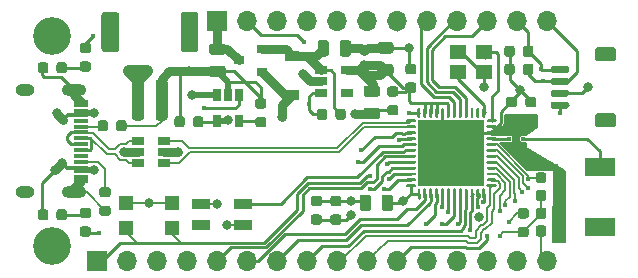
<source format=gbr>
G04 #@! TF.GenerationSoftware,KiCad,Pcbnew,(5.1.7-0-10_14)*
G04 #@! TF.CreationDate,2020-10-21T09:18:26+08:00*
G04 #@! TF.ProjectId,Feather_STM32WB55,46656174-6865-4725-9f53-544d33325742,rev?*
G04 #@! TF.SameCoordinates,Original*
G04 #@! TF.FileFunction,Copper,L1,Top*
G04 #@! TF.FilePolarity,Positive*
%FSLAX46Y46*%
G04 Gerber Fmt 4.6, Leading zero omitted, Abs format (unit mm)*
G04 Created by KiCad (PCBNEW (5.1.7-0-10_14)) date 2020-10-21 09:18:26*
%MOMM*%
%LPD*%
G01*
G04 APERTURE LIST*
G04 #@! TA.AperFunction,SMDPad,CuDef*
%ADD10R,1.150000X0.300000*%
G04 #@! TD*
G04 #@! TA.AperFunction,ComponentPad*
%ADD11O,1.600000X1.000000*%
G04 #@! TD*
G04 #@! TA.AperFunction,ComponentPad*
%ADD12O,2.100000X1.000000*%
G04 #@! TD*
G04 #@! TA.AperFunction,SMDPad,CuDef*
%ADD13R,2.600000X1.500000*%
G04 #@! TD*
G04 #@! TA.AperFunction,SMDPad,CuDef*
%ADD14R,0.300000X0.300000*%
G04 #@! TD*
G04 #@! TA.AperFunction,SMDPad,CuDef*
%ADD15R,1.600000X0.850000*%
G04 #@! TD*
G04 #@! TA.AperFunction,SMDPad,CuDef*
%ADD16R,5.700000X5.700000*%
G04 #@! TD*
G04 #@! TA.AperFunction,SMDPad,CuDef*
%ADD17R,0.242474X0.909637*%
G04 #@! TD*
G04 #@! TA.AperFunction,SMDPad,CuDef*
%ADD18R,1.297940X1.148080*%
G04 #@! TD*
G04 #@! TA.AperFunction,SMDPad,CuDef*
%ADD19R,1.400000X1.200000*%
G04 #@! TD*
G04 #@! TA.AperFunction,ComponentPad*
%ADD20O,1.700000X1.700000*%
G04 #@! TD*
G04 #@! TA.AperFunction,ComponentPad*
%ADD21R,1.700000X1.700000*%
G04 #@! TD*
G04 #@! TA.AperFunction,ComponentPad*
%ADD22C,3.200000*%
G04 #@! TD*
G04 #@! TA.AperFunction,SMDPad,CuDef*
%ADD23R,1.200000X0.900000*%
G04 #@! TD*
G04 #@! TA.AperFunction,SMDPad,CuDef*
%ADD24R,0.900000X0.800000*%
G04 #@! TD*
G04 #@! TA.AperFunction,SMDPad,CuDef*
%ADD25R,0.650000X1.060000*%
G04 #@! TD*
G04 #@! TA.AperFunction,SMDPad,CuDef*
%ADD26R,1.060000X0.650000*%
G04 #@! TD*
G04 #@! TA.AperFunction,ViaPad*
%ADD27C,0.800000*%
G04 #@! TD*
G04 #@! TA.AperFunction,ViaPad*
%ADD28C,0.450000*%
G04 #@! TD*
G04 #@! TA.AperFunction,Conductor*
%ADD29C,0.500000*%
G04 #@! TD*
G04 #@! TA.AperFunction,Conductor*
%ADD30C,1.000000*%
G04 #@! TD*
G04 #@! TA.AperFunction,Conductor*
%ADD31C,0.750000*%
G04 #@! TD*
G04 #@! TA.AperFunction,Conductor*
%ADD32C,0.250000*%
G04 #@! TD*
G04 #@! TA.AperFunction,Conductor*
%ADD33C,0.300000*%
G04 #@! TD*
G04 #@! TA.AperFunction,Conductor*
%ADD34C,0.200000*%
G04 #@! TD*
G04 #@! TA.AperFunction,Conductor*
%ADD35C,0.293370*%
G04 #@! TD*
G04 #@! TA.AperFunction,Conductor*
%ADD36C,0.127000*%
G04 #@! TD*
G04 #@! TA.AperFunction,Conductor*
%ADD37C,0.100000*%
G04 #@! TD*
G04 APERTURE END LIST*
D10*
X131940000Y-96056000D03*
X131940000Y-95256000D03*
X131940000Y-90456000D03*
X131940000Y-89656000D03*
X131940000Y-89356000D03*
X131940000Y-90156000D03*
X131940000Y-90956000D03*
X131940000Y-91456000D03*
X131940000Y-91956000D03*
X131940000Y-92456000D03*
X131940000Y-92956000D03*
X131940000Y-93456000D03*
X131940000Y-93956000D03*
X131940000Y-94456000D03*
X131940000Y-94956000D03*
X131940000Y-95756000D03*
D11*
X127195000Y-97026000D03*
X127195000Y-88386000D03*
D12*
X131375000Y-97026000D03*
X131375000Y-88386000D03*
D13*
X175900000Y-94850000D03*
X175900000Y-99950000D03*
D14*
X169412000Y-92475000D03*
X168825000Y-92475000D03*
X168238000Y-92475000D03*
X168238000Y-92975000D03*
X168825000Y-92975000D03*
X169412000Y-92975000D03*
G04 #@! TA.AperFunction,SMDPad,CuDef*
G36*
G01*
X169656250Y-99250000D02*
X169143750Y-99250000D01*
G75*
G02*
X168925000Y-99031250I0J218750D01*
G01*
X168925000Y-98593750D01*
G75*
G02*
X169143750Y-98375000I218750J0D01*
G01*
X169656250Y-98375000D01*
G75*
G02*
X169875000Y-98593750I0J-218750D01*
G01*
X169875000Y-99031250D01*
G75*
G02*
X169656250Y-99250000I-218750J0D01*
G01*
G37*
G04 #@! TD.AperFunction*
G04 #@! TA.AperFunction,SMDPad,CuDef*
G36*
G01*
X169656250Y-100825000D02*
X169143750Y-100825000D01*
G75*
G02*
X168925000Y-100606250I0J218750D01*
G01*
X168925000Y-100168750D01*
G75*
G02*
X169143750Y-99950000I218750J0D01*
G01*
X169656250Y-99950000D01*
G75*
G02*
X169875000Y-100168750I0J-218750D01*
G01*
X169875000Y-100606250D01*
G75*
G02*
X169656250Y-100825000I-218750J0D01*
G01*
G37*
G04 #@! TD.AperFunction*
G04 #@! TA.AperFunction,SMDPad,CuDef*
G36*
G01*
X129890000Y-86743250D02*
X129890000Y-86230750D01*
G75*
G02*
X130108750Y-86012000I218750J0D01*
G01*
X130546250Y-86012000D01*
G75*
G02*
X130765000Y-86230750I0J-218750D01*
G01*
X130765000Y-86743250D01*
G75*
G02*
X130546250Y-86962000I-218750J0D01*
G01*
X130108750Y-86962000D01*
G75*
G02*
X129890000Y-86743250I0J218750D01*
G01*
G37*
G04 #@! TD.AperFunction*
G04 #@! TA.AperFunction,SMDPad,CuDef*
G36*
G01*
X128315000Y-86743250D02*
X128315000Y-86230750D01*
G75*
G02*
X128533750Y-86012000I218750J0D01*
G01*
X128971250Y-86012000D01*
G75*
G02*
X129190000Y-86230750I0J-218750D01*
G01*
X129190000Y-86743250D01*
G75*
G02*
X128971250Y-86962000I-218750J0D01*
G01*
X128533750Y-86962000D01*
G75*
G02*
X128315000Y-86743250I0J218750D01*
G01*
G37*
G04 #@! TD.AperFunction*
G04 #@! TA.AperFunction,SMDPad,CuDef*
G36*
G01*
X129190000Y-98676750D02*
X129190000Y-99189250D01*
G75*
G02*
X128971250Y-99408000I-218750J0D01*
G01*
X128533750Y-99408000D01*
G75*
G02*
X128315000Y-99189250I0J218750D01*
G01*
X128315000Y-98676750D01*
G75*
G02*
X128533750Y-98458000I218750J0D01*
G01*
X128971250Y-98458000D01*
G75*
G02*
X129190000Y-98676750I0J-218750D01*
G01*
G37*
G04 #@! TD.AperFunction*
G04 #@! TA.AperFunction,SMDPad,CuDef*
G36*
G01*
X130765000Y-98676750D02*
X130765000Y-99189250D01*
G75*
G02*
X130546250Y-99408000I-218750J0D01*
G01*
X130108750Y-99408000D01*
G75*
G02*
X129890000Y-99189250I0J218750D01*
G01*
X129890000Y-98676750D01*
G75*
G02*
X130108750Y-98458000I218750J0D01*
G01*
X130546250Y-98458000D01*
G75*
G02*
X130765000Y-98676750I0J-218750D01*
G01*
G37*
G04 #@! TD.AperFunction*
G04 #@! TA.AperFunction,SMDPad,CuDef*
G36*
G01*
X172025000Y-99050000D02*
X172025000Y-98550000D01*
G75*
G02*
X172250000Y-98325000I225000J0D01*
G01*
X172700000Y-98325000D01*
G75*
G02*
X172925000Y-98550000I0J-225000D01*
G01*
X172925000Y-99050000D01*
G75*
G02*
X172700000Y-99275000I-225000J0D01*
G01*
X172250000Y-99275000D01*
G75*
G02*
X172025000Y-99050000I0J225000D01*
G01*
G37*
G04 #@! TD.AperFunction*
G04 #@! TA.AperFunction,SMDPad,CuDef*
G36*
G01*
X170475000Y-99050000D02*
X170475000Y-98550000D01*
G75*
G02*
X170700000Y-98325000I225000J0D01*
G01*
X171150000Y-98325000D01*
G75*
G02*
X171375000Y-98550000I0J-225000D01*
G01*
X171375000Y-99050000D01*
G75*
G02*
X171150000Y-99275000I-225000J0D01*
G01*
X170700000Y-99275000D01*
G75*
G02*
X170475000Y-99050000I0J225000D01*
G01*
G37*
G04 #@! TD.AperFunction*
D15*
X142150000Y-98025000D03*
X142150000Y-99775000D03*
X145650000Y-98025000D03*
X145650000Y-99775000D03*
D16*
X163322000Y-93726000D03*
G04 #@! TA.AperFunction,SMDPad,CuDef*
G36*
G01*
X160254334Y-96597237D02*
X159587172Y-96597237D01*
G75*
G02*
X159465935Y-96476000I0J121237D01*
G01*
X159465935Y-96476000D01*
G75*
G02*
X159587172Y-96354763I121237J0D01*
G01*
X160254334Y-96354763D01*
G75*
G02*
X160375571Y-96476000I0J-121237D01*
G01*
X160375571Y-96476000D01*
G75*
G02*
X160254334Y-96597237I-121237J0D01*
G01*
G37*
G04 #@! TD.AperFunction*
G04 #@! TA.AperFunction,SMDPad,CuDef*
G36*
G01*
X160254334Y-96097237D02*
X159587172Y-96097237D01*
G75*
G02*
X159465935Y-95976000I0J121237D01*
G01*
X159465935Y-95976000D01*
G75*
G02*
X159587172Y-95854763I121237J0D01*
G01*
X160254334Y-95854763D01*
G75*
G02*
X160375571Y-95976000I0J-121237D01*
G01*
X160375571Y-95976000D01*
G75*
G02*
X160254334Y-96097237I-121237J0D01*
G01*
G37*
G04 #@! TD.AperFunction*
G04 #@! TA.AperFunction,SMDPad,CuDef*
G36*
G01*
X160254334Y-95597237D02*
X159587172Y-95597237D01*
G75*
G02*
X159465935Y-95476000I0J121237D01*
G01*
X159465935Y-95476000D01*
G75*
G02*
X159587172Y-95354763I121237J0D01*
G01*
X160254334Y-95354763D01*
G75*
G02*
X160375571Y-95476000I0J-121237D01*
G01*
X160375571Y-95476000D01*
G75*
G02*
X160254334Y-95597237I-121237J0D01*
G01*
G37*
G04 #@! TD.AperFunction*
G04 #@! TA.AperFunction,SMDPad,CuDef*
G36*
G01*
X160254334Y-95097237D02*
X159587172Y-95097237D01*
G75*
G02*
X159465935Y-94976000I0J121237D01*
G01*
X159465935Y-94976000D01*
G75*
G02*
X159587172Y-94854763I121237J0D01*
G01*
X160254334Y-94854763D01*
G75*
G02*
X160375571Y-94976000I0J-121237D01*
G01*
X160375571Y-94976000D01*
G75*
G02*
X160254334Y-95097237I-121237J0D01*
G01*
G37*
G04 #@! TD.AperFunction*
G04 #@! TA.AperFunction,SMDPad,CuDef*
G36*
G01*
X160254334Y-94597237D02*
X159587172Y-94597237D01*
G75*
G02*
X159465935Y-94476000I0J121237D01*
G01*
X159465935Y-94476000D01*
G75*
G02*
X159587172Y-94354763I121237J0D01*
G01*
X160254334Y-94354763D01*
G75*
G02*
X160375571Y-94476000I0J-121237D01*
G01*
X160375571Y-94476000D01*
G75*
G02*
X160254334Y-94597237I-121237J0D01*
G01*
G37*
G04 #@! TD.AperFunction*
G04 #@! TA.AperFunction,SMDPad,CuDef*
G36*
G01*
X160254334Y-94097237D02*
X159587172Y-94097237D01*
G75*
G02*
X159465935Y-93976000I0J121237D01*
G01*
X159465935Y-93976000D01*
G75*
G02*
X159587172Y-93854763I121237J0D01*
G01*
X160254334Y-93854763D01*
G75*
G02*
X160375571Y-93976000I0J-121237D01*
G01*
X160375571Y-93976000D01*
G75*
G02*
X160254334Y-94097237I-121237J0D01*
G01*
G37*
G04 #@! TD.AperFunction*
G04 #@! TA.AperFunction,SMDPad,CuDef*
G36*
G01*
X160254334Y-93597237D02*
X159587172Y-93597237D01*
G75*
G02*
X159465935Y-93476000I0J121237D01*
G01*
X159465935Y-93476000D01*
G75*
G02*
X159587172Y-93354763I121237J0D01*
G01*
X160254334Y-93354763D01*
G75*
G02*
X160375571Y-93476000I0J-121237D01*
G01*
X160375571Y-93476000D01*
G75*
G02*
X160254334Y-93597237I-121237J0D01*
G01*
G37*
G04 #@! TD.AperFunction*
G04 #@! TA.AperFunction,SMDPad,CuDef*
G36*
G01*
X160254334Y-93097237D02*
X159587172Y-93097237D01*
G75*
G02*
X159465935Y-92976000I0J121237D01*
G01*
X159465935Y-92976000D01*
G75*
G02*
X159587172Y-92854763I121237J0D01*
G01*
X160254334Y-92854763D01*
G75*
G02*
X160375571Y-92976000I0J-121237D01*
G01*
X160375571Y-92976000D01*
G75*
G02*
X160254334Y-93097237I-121237J0D01*
G01*
G37*
G04 #@! TD.AperFunction*
G04 #@! TA.AperFunction,SMDPad,CuDef*
G36*
G01*
X160254334Y-92597237D02*
X159587172Y-92597237D01*
G75*
G02*
X159465935Y-92476000I0J121237D01*
G01*
X159465935Y-92476000D01*
G75*
G02*
X159587172Y-92354763I121237J0D01*
G01*
X160254334Y-92354763D01*
G75*
G02*
X160375571Y-92476000I0J-121237D01*
G01*
X160375571Y-92476000D01*
G75*
G02*
X160254334Y-92597237I-121237J0D01*
G01*
G37*
G04 #@! TD.AperFunction*
G04 #@! TA.AperFunction,SMDPad,CuDef*
G36*
G01*
X160254334Y-92097237D02*
X159587172Y-92097237D01*
G75*
G02*
X159465935Y-91976000I0J121237D01*
G01*
X159465935Y-91976000D01*
G75*
G02*
X159587172Y-91854763I121237J0D01*
G01*
X160254334Y-91854763D01*
G75*
G02*
X160375571Y-91976000I0J-121237D01*
G01*
X160375571Y-91976000D01*
G75*
G02*
X160254334Y-92097237I-121237J0D01*
G01*
G37*
G04 #@! TD.AperFunction*
G04 #@! TA.AperFunction,SMDPad,CuDef*
G36*
G01*
X160254334Y-91597237D02*
X159587172Y-91597237D01*
G75*
G02*
X159465935Y-91476000I0J121237D01*
G01*
X159465935Y-91476000D01*
G75*
G02*
X159587172Y-91354763I121237J0D01*
G01*
X160254334Y-91354763D01*
G75*
G02*
X160375571Y-91476000I0J-121237D01*
G01*
X160375571Y-91476000D01*
G75*
G02*
X160254334Y-91597237I-121237J0D01*
G01*
G37*
G04 #@! TD.AperFunction*
G04 #@! TA.AperFunction,SMDPad,CuDef*
G36*
G01*
X160254334Y-91097237D02*
X159587172Y-91097237D01*
G75*
G02*
X159465935Y-90976000I0J121237D01*
G01*
X159465935Y-90976000D01*
G75*
G02*
X159587172Y-90854763I121237J0D01*
G01*
X160254334Y-90854763D01*
G75*
G02*
X160375571Y-90976000I0J-121237D01*
G01*
X160375571Y-90976000D01*
G75*
G02*
X160254334Y-91097237I-121237J0D01*
G01*
G37*
G04 #@! TD.AperFunction*
G04 #@! TA.AperFunction,SMDPad,CuDef*
G36*
G01*
X167056829Y-91097237D02*
X166389667Y-91097237D01*
G75*
G02*
X166268430Y-90976000I0J121237D01*
G01*
X166268430Y-90976000D01*
G75*
G02*
X166389667Y-90854763I121237J0D01*
G01*
X167056829Y-90854763D01*
G75*
G02*
X167178066Y-90976000I0J-121237D01*
G01*
X167178066Y-90976000D01*
G75*
G02*
X167056829Y-91097237I-121237J0D01*
G01*
G37*
G04 #@! TD.AperFunction*
G04 #@! TA.AperFunction,SMDPad,CuDef*
G36*
G01*
X167056829Y-91597237D02*
X166389667Y-91597237D01*
G75*
G02*
X166268430Y-91476000I0J121237D01*
G01*
X166268430Y-91476000D01*
G75*
G02*
X166389667Y-91354763I121237J0D01*
G01*
X167056829Y-91354763D01*
G75*
G02*
X167178066Y-91476000I0J-121237D01*
G01*
X167178066Y-91476000D01*
G75*
G02*
X167056829Y-91597237I-121237J0D01*
G01*
G37*
G04 #@! TD.AperFunction*
G04 #@! TA.AperFunction,SMDPad,CuDef*
G36*
G01*
X167056829Y-92097237D02*
X166389667Y-92097237D01*
G75*
G02*
X166268430Y-91976000I0J121237D01*
G01*
X166268430Y-91976000D01*
G75*
G02*
X166389667Y-91854763I121237J0D01*
G01*
X167056829Y-91854763D01*
G75*
G02*
X167178066Y-91976000I0J-121237D01*
G01*
X167178066Y-91976000D01*
G75*
G02*
X167056829Y-92097237I-121237J0D01*
G01*
G37*
G04 #@! TD.AperFunction*
G04 #@! TA.AperFunction,SMDPad,CuDef*
G36*
G01*
X167056829Y-92597237D02*
X166389667Y-92597237D01*
G75*
G02*
X166268430Y-92476000I0J121237D01*
G01*
X166268430Y-92476000D01*
G75*
G02*
X166389667Y-92354763I121237J0D01*
G01*
X167056829Y-92354763D01*
G75*
G02*
X167178066Y-92476000I0J-121237D01*
G01*
X167178066Y-92476000D01*
G75*
G02*
X167056829Y-92597237I-121237J0D01*
G01*
G37*
G04 #@! TD.AperFunction*
G04 #@! TA.AperFunction,SMDPad,CuDef*
G36*
G01*
X167056829Y-93097237D02*
X166389667Y-93097237D01*
G75*
G02*
X166268430Y-92976000I0J121237D01*
G01*
X166268430Y-92976000D01*
G75*
G02*
X166389667Y-92854763I121237J0D01*
G01*
X167056829Y-92854763D01*
G75*
G02*
X167178066Y-92976000I0J-121237D01*
G01*
X167178066Y-92976000D01*
G75*
G02*
X167056829Y-93097237I-121237J0D01*
G01*
G37*
G04 #@! TD.AperFunction*
G04 #@! TA.AperFunction,SMDPad,CuDef*
G36*
G01*
X167056829Y-93597237D02*
X166389667Y-93597237D01*
G75*
G02*
X166268430Y-93476000I0J121237D01*
G01*
X166268430Y-93476000D01*
G75*
G02*
X166389667Y-93354763I121237J0D01*
G01*
X167056829Y-93354763D01*
G75*
G02*
X167178066Y-93476000I0J-121237D01*
G01*
X167178066Y-93476000D01*
G75*
G02*
X167056829Y-93597237I-121237J0D01*
G01*
G37*
G04 #@! TD.AperFunction*
G04 #@! TA.AperFunction,SMDPad,CuDef*
G36*
G01*
X167056829Y-94097237D02*
X166389667Y-94097237D01*
G75*
G02*
X166268430Y-93976000I0J121237D01*
G01*
X166268430Y-93976000D01*
G75*
G02*
X166389667Y-93854763I121237J0D01*
G01*
X167056829Y-93854763D01*
G75*
G02*
X167178066Y-93976000I0J-121237D01*
G01*
X167178066Y-93976000D01*
G75*
G02*
X167056829Y-94097237I-121237J0D01*
G01*
G37*
G04 #@! TD.AperFunction*
G04 #@! TA.AperFunction,SMDPad,CuDef*
G36*
G01*
X167056829Y-94597237D02*
X166389667Y-94597237D01*
G75*
G02*
X166268430Y-94476000I0J121237D01*
G01*
X166268430Y-94476000D01*
G75*
G02*
X166389667Y-94354763I121237J0D01*
G01*
X167056829Y-94354763D01*
G75*
G02*
X167178066Y-94476000I0J-121237D01*
G01*
X167178066Y-94476000D01*
G75*
G02*
X167056829Y-94597237I-121237J0D01*
G01*
G37*
G04 #@! TD.AperFunction*
G04 #@! TA.AperFunction,SMDPad,CuDef*
G36*
G01*
X167056829Y-95097237D02*
X166389667Y-95097237D01*
G75*
G02*
X166268430Y-94976000I0J121237D01*
G01*
X166268430Y-94976000D01*
G75*
G02*
X166389667Y-94854763I121237J0D01*
G01*
X167056829Y-94854763D01*
G75*
G02*
X167178066Y-94976000I0J-121237D01*
G01*
X167178066Y-94976000D01*
G75*
G02*
X167056829Y-95097237I-121237J0D01*
G01*
G37*
G04 #@! TD.AperFunction*
G04 #@! TA.AperFunction,SMDPad,CuDef*
G36*
G01*
X167056829Y-95597237D02*
X166389667Y-95597237D01*
G75*
G02*
X166268430Y-95476000I0J121237D01*
G01*
X166268430Y-95476000D01*
G75*
G02*
X166389667Y-95354763I121237J0D01*
G01*
X167056829Y-95354763D01*
G75*
G02*
X167178066Y-95476000I0J-121237D01*
G01*
X167178066Y-95476000D01*
G75*
G02*
X167056829Y-95597237I-121237J0D01*
G01*
G37*
G04 #@! TD.AperFunction*
G04 #@! TA.AperFunction,SMDPad,CuDef*
G36*
G01*
X167056829Y-96097237D02*
X166389667Y-96097237D01*
G75*
G02*
X166268430Y-95976000I0J121237D01*
G01*
X166268430Y-95976000D01*
G75*
G02*
X166389667Y-95854763I121237J0D01*
G01*
X167056829Y-95854763D01*
G75*
G02*
X167178066Y-95976000I0J-121237D01*
G01*
X167178066Y-95976000D01*
G75*
G02*
X167056829Y-96097237I-121237J0D01*
G01*
G37*
G04 #@! TD.AperFunction*
G04 #@! TA.AperFunction,SMDPad,CuDef*
G36*
G01*
X167056829Y-96597237D02*
X166389667Y-96597237D01*
G75*
G02*
X166268430Y-96476000I0J121237D01*
G01*
X166268430Y-96476000D01*
G75*
G02*
X166389667Y-96354763I121237J0D01*
G01*
X167056829Y-96354763D01*
G75*
G02*
X167178066Y-96476000I0J-121237D01*
G01*
X167178066Y-96476000D01*
G75*
G02*
X167056829Y-96597237I-121237J0D01*
G01*
G37*
G04 #@! TD.AperFunction*
G04 #@! TA.AperFunction,SMDPad,CuDef*
G36*
G01*
X160572000Y-90779570D02*
X160572000Y-90779570D01*
G75*
G02*
X160450763Y-90658333I0J121237D01*
G01*
X160450763Y-89991171D01*
G75*
G02*
X160572000Y-89869934I121237J0D01*
G01*
X160572000Y-89869934D01*
G75*
G02*
X160693237Y-89991171I0J-121237D01*
G01*
X160693237Y-90658333D01*
G75*
G02*
X160572000Y-90779570I-121237J0D01*
G01*
G37*
G04 #@! TD.AperFunction*
G04 #@! TA.AperFunction,SMDPad,CuDef*
G36*
G01*
X161072000Y-90779570D02*
X161072000Y-90779570D01*
G75*
G02*
X160950763Y-90658333I0J121237D01*
G01*
X160950763Y-89991171D01*
G75*
G02*
X161072000Y-89869934I121237J0D01*
G01*
X161072000Y-89869934D01*
G75*
G02*
X161193237Y-89991171I0J-121237D01*
G01*
X161193237Y-90658333D01*
G75*
G02*
X161072000Y-90779570I-121237J0D01*
G01*
G37*
G04 #@! TD.AperFunction*
G04 #@! TA.AperFunction,SMDPad,CuDef*
G36*
G01*
X161572000Y-90779570D02*
X161572000Y-90779570D01*
G75*
G02*
X161450763Y-90658333I0J121237D01*
G01*
X161450763Y-89991171D01*
G75*
G02*
X161572000Y-89869934I121237J0D01*
G01*
X161572000Y-89869934D01*
G75*
G02*
X161693237Y-89991171I0J-121237D01*
G01*
X161693237Y-90658333D01*
G75*
G02*
X161572000Y-90779570I-121237J0D01*
G01*
G37*
G04 #@! TD.AperFunction*
G04 #@! TA.AperFunction,SMDPad,CuDef*
G36*
G01*
X162072000Y-90779570D02*
X162072000Y-90779570D01*
G75*
G02*
X161950763Y-90658333I0J121237D01*
G01*
X161950763Y-89991171D01*
G75*
G02*
X162072000Y-89869934I121237J0D01*
G01*
X162072000Y-89869934D01*
G75*
G02*
X162193237Y-89991171I0J-121237D01*
G01*
X162193237Y-90658333D01*
G75*
G02*
X162072000Y-90779570I-121237J0D01*
G01*
G37*
G04 #@! TD.AperFunction*
G04 #@! TA.AperFunction,SMDPad,CuDef*
G36*
G01*
X162572000Y-90779570D02*
X162572000Y-90779570D01*
G75*
G02*
X162450763Y-90658333I0J121237D01*
G01*
X162450763Y-89991171D01*
G75*
G02*
X162572000Y-89869934I121237J0D01*
G01*
X162572000Y-89869934D01*
G75*
G02*
X162693237Y-89991171I0J-121237D01*
G01*
X162693237Y-90658333D01*
G75*
G02*
X162572000Y-90779570I-121237J0D01*
G01*
G37*
G04 #@! TD.AperFunction*
G04 #@! TA.AperFunction,SMDPad,CuDef*
G36*
G01*
X163072000Y-90779570D02*
X163072000Y-90779570D01*
G75*
G02*
X162950763Y-90658333I0J121237D01*
G01*
X162950763Y-89991171D01*
G75*
G02*
X163072000Y-89869934I121237J0D01*
G01*
X163072000Y-89869934D01*
G75*
G02*
X163193237Y-89991171I0J-121237D01*
G01*
X163193237Y-90658333D01*
G75*
G02*
X163072000Y-90779570I-121237J0D01*
G01*
G37*
G04 #@! TD.AperFunction*
G04 #@! TA.AperFunction,SMDPad,CuDef*
G36*
G01*
X163572000Y-90779570D02*
X163572000Y-90779570D01*
G75*
G02*
X163450763Y-90658333I0J121237D01*
G01*
X163450763Y-89991171D01*
G75*
G02*
X163572000Y-89869934I121237J0D01*
G01*
X163572000Y-89869934D01*
G75*
G02*
X163693237Y-89991171I0J-121237D01*
G01*
X163693237Y-90658333D01*
G75*
G02*
X163572000Y-90779570I-121237J0D01*
G01*
G37*
G04 #@! TD.AperFunction*
G04 #@! TA.AperFunction,SMDPad,CuDef*
G36*
G01*
X164072000Y-90779570D02*
X164072000Y-90779570D01*
G75*
G02*
X163950763Y-90658333I0J121237D01*
G01*
X163950763Y-89991171D01*
G75*
G02*
X164072000Y-89869934I121237J0D01*
G01*
X164072000Y-89869934D01*
G75*
G02*
X164193237Y-89991171I0J-121237D01*
G01*
X164193237Y-90658333D01*
G75*
G02*
X164072000Y-90779570I-121237J0D01*
G01*
G37*
G04 #@! TD.AperFunction*
G04 #@! TA.AperFunction,SMDPad,CuDef*
G36*
G01*
X164572000Y-90779570D02*
X164572000Y-90779570D01*
G75*
G02*
X164450763Y-90658333I0J121237D01*
G01*
X164450763Y-89991171D01*
G75*
G02*
X164572000Y-89869934I121237J0D01*
G01*
X164572000Y-89869934D01*
G75*
G02*
X164693237Y-89991171I0J-121237D01*
G01*
X164693237Y-90658333D01*
G75*
G02*
X164572000Y-90779570I-121237J0D01*
G01*
G37*
G04 #@! TD.AperFunction*
G04 #@! TA.AperFunction,SMDPad,CuDef*
G36*
G01*
X165072000Y-90779570D02*
X165072000Y-90779570D01*
G75*
G02*
X164950763Y-90658333I0J121237D01*
G01*
X164950763Y-89991171D01*
G75*
G02*
X165072000Y-89869934I121237J0D01*
G01*
X165072000Y-89869934D01*
G75*
G02*
X165193237Y-89991171I0J-121237D01*
G01*
X165193237Y-90658333D01*
G75*
G02*
X165072000Y-90779570I-121237J0D01*
G01*
G37*
G04 #@! TD.AperFunction*
G04 #@! TA.AperFunction,SMDPad,CuDef*
G36*
G01*
X165572000Y-90779570D02*
X165572000Y-90779570D01*
G75*
G02*
X165450763Y-90658333I0J121237D01*
G01*
X165450763Y-89991171D01*
G75*
G02*
X165572000Y-89869934I121237J0D01*
G01*
X165572000Y-89869934D01*
G75*
G02*
X165693237Y-89991171I0J-121237D01*
G01*
X165693237Y-90658333D01*
G75*
G02*
X165572000Y-90779570I-121237J0D01*
G01*
G37*
G04 #@! TD.AperFunction*
G04 #@! TA.AperFunction,SMDPad,CuDef*
G36*
G01*
X166072000Y-90779570D02*
X166072000Y-90779570D01*
G75*
G02*
X165950763Y-90658333I0J121237D01*
G01*
X165950763Y-89991171D01*
G75*
G02*
X166072000Y-89869934I121237J0D01*
G01*
X166072000Y-89869934D01*
G75*
G02*
X166193237Y-89991171I0J-121237D01*
G01*
X166193237Y-90658333D01*
G75*
G02*
X166072000Y-90779570I-121237J0D01*
G01*
G37*
G04 #@! TD.AperFunction*
G04 #@! TA.AperFunction,SMDPad,CuDef*
G36*
G01*
X166072000Y-97582065D02*
X166072000Y-97582065D01*
G75*
G02*
X165950763Y-97460828I0J121237D01*
G01*
X165950763Y-96793666D01*
G75*
G02*
X166072000Y-96672429I121237J0D01*
G01*
X166072000Y-96672429D01*
G75*
G02*
X166193237Y-96793666I0J-121237D01*
G01*
X166193237Y-97460828D01*
G75*
G02*
X166072000Y-97582065I-121237J0D01*
G01*
G37*
G04 #@! TD.AperFunction*
G04 #@! TA.AperFunction,SMDPad,CuDef*
G36*
G01*
X165572000Y-97582065D02*
X165572000Y-97582065D01*
G75*
G02*
X165450763Y-97460828I0J121237D01*
G01*
X165450763Y-96793666D01*
G75*
G02*
X165572000Y-96672429I121237J0D01*
G01*
X165572000Y-96672429D01*
G75*
G02*
X165693237Y-96793666I0J-121237D01*
G01*
X165693237Y-97460828D01*
G75*
G02*
X165572000Y-97582065I-121237J0D01*
G01*
G37*
G04 #@! TD.AperFunction*
G04 #@! TA.AperFunction,SMDPad,CuDef*
G36*
G01*
X165072000Y-97582065D02*
X165072000Y-97582065D01*
G75*
G02*
X164950763Y-97460828I0J121237D01*
G01*
X164950763Y-96793666D01*
G75*
G02*
X165072000Y-96672429I121237J0D01*
G01*
X165072000Y-96672429D01*
G75*
G02*
X165193237Y-96793666I0J-121237D01*
G01*
X165193237Y-97460828D01*
G75*
G02*
X165072000Y-97582065I-121237J0D01*
G01*
G37*
G04 #@! TD.AperFunction*
G04 #@! TA.AperFunction,SMDPad,CuDef*
G36*
G01*
X164572000Y-97582065D02*
X164572000Y-97582065D01*
G75*
G02*
X164450763Y-97460828I0J121237D01*
G01*
X164450763Y-96793666D01*
G75*
G02*
X164572000Y-96672429I121237J0D01*
G01*
X164572000Y-96672429D01*
G75*
G02*
X164693237Y-96793666I0J-121237D01*
G01*
X164693237Y-97460828D01*
G75*
G02*
X164572000Y-97582065I-121237J0D01*
G01*
G37*
G04 #@! TD.AperFunction*
G04 #@! TA.AperFunction,SMDPad,CuDef*
G36*
G01*
X164072000Y-97582065D02*
X164072000Y-97582065D01*
G75*
G02*
X163950763Y-97460828I0J121237D01*
G01*
X163950763Y-96793666D01*
G75*
G02*
X164072000Y-96672429I121237J0D01*
G01*
X164072000Y-96672429D01*
G75*
G02*
X164193237Y-96793666I0J-121237D01*
G01*
X164193237Y-97460828D01*
G75*
G02*
X164072000Y-97582065I-121237J0D01*
G01*
G37*
G04 #@! TD.AperFunction*
G04 #@! TA.AperFunction,SMDPad,CuDef*
G36*
G01*
X163572000Y-97582065D02*
X163572000Y-97582065D01*
G75*
G02*
X163450763Y-97460828I0J121237D01*
G01*
X163450763Y-96793666D01*
G75*
G02*
X163572000Y-96672429I121237J0D01*
G01*
X163572000Y-96672429D01*
G75*
G02*
X163693237Y-96793666I0J-121237D01*
G01*
X163693237Y-97460828D01*
G75*
G02*
X163572000Y-97582065I-121237J0D01*
G01*
G37*
G04 #@! TD.AperFunction*
G04 #@! TA.AperFunction,SMDPad,CuDef*
G36*
G01*
X163072000Y-97582065D02*
X163072000Y-97582065D01*
G75*
G02*
X162950763Y-97460828I0J121237D01*
G01*
X162950763Y-96793666D01*
G75*
G02*
X163072000Y-96672429I121237J0D01*
G01*
X163072000Y-96672429D01*
G75*
G02*
X163193237Y-96793666I0J-121237D01*
G01*
X163193237Y-97460828D01*
G75*
G02*
X163072000Y-97582065I-121237J0D01*
G01*
G37*
G04 #@! TD.AperFunction*
G04 #@! TA.AperFunction,SMDPad,CuDef*
G36*
G01*
X162572000Y-97582065D02*
X162572000Y-97582065D01*
G75*
G02*
X162450763Y-97460828I0J121237D01*
G01*
X162450763Y-96793666D01*
G75*
G02*
X162572000Y-96672429I121237J0D01*
G01*
X162572000Y-96672429D01*
G75*
G02*
X162693237Y-96793666I0J-121237D01*
G01*
X162693237Y-97460828D01*
G75*
G02*
X162572000Y-97582065I-121237J0D01*
G01*
G37*
G04 #@! TD.AperFunction*
G04 #@! TA.AperFunction,SMDPad,CuDef*
G36*
G01*
X162072000Y-97582065D02*
X162072000Y-97582065D01*
G75*
G02*
X161950763Y-97460828I0J121237D01*
G01*
X161950763Y-96793666D01*
G75*
G02*
X162072000Y-96672429I121237J0D01*
G01*
X162072000Y-96672429D01*
G75*
G02*
X162193237Y-96793666I0J-121237D01*
G01*
X162193237Y-97460828D01*
G75*
G02*
X162072000Y-97582065I-121237J0D01*
G01*
G37*
G04 #@! TD.AperFunction*
G04 #@! TA.AperFunction,SMDPad,CuDef*
G36*
G01*
X161572000Y-97582065D02*
X161572000Y-97582065D01*
G75*
G02*
X161450763Y-97460828I0J121237D01*
G01*
X161450763Y-96793666D01*
G75*
G02*
X161572000Y-96672429I121237J0D01*
G01*
X161572000Y-96672429D01*
G75*
G02*
X161693237Y-96793666I0J-121237D01*
G01*
X161693237Y-97460828D01*
G75*
G02*
X161572000Y-97582065I-121237J0D01*
G01*
G37*
G04 #@! TD.AperFunction*
G04 #@! TA.AperFunction,SMDPad,CuDef*
G36*
G01*
X161072000Y-97582065D02*
X161072000Y-97582065D01*
G75*
G02*
X160950763Y-97460828I0J121237D01*
G01*
X160950763Y-96793666D01*
G75*
G02*
X161072000Y-96672429I121237J0D01*
G01*
X161072000Y-96672429D01*
G75*
G02*
X161193237Y-96793666I0J-121237D01*
G01*
X161193237Y-97460828D01*
G75*
G02*
X161072000Y-97582065I-121237J0D01*
G01*
G37*
G04 #@! TD.AperFunction*
D17*
X160572000Y-97127247D03*
G04 #@! TA.AperFunction,SMDPad,CuDef*
G36*
G01*
X135195000Y-82010000D02*
X135195000Y-84910000D01*
G75*
G02*
X134945000Y-85160000I-250000J0D01*
G01*
X133945000Y-85160000D01*
G75*
G02*
X133695000Y-84910000I0J250000D01*
G01*
X133695000Y-82010000D01*
G75*
G02*
X133945000Y-81760000I250000J0D01*
G01*
X134945000Y-81760000D01*
G75*
G02*
X135195000Y-82010000I0J-250000D01*
G01*
G37*
G04 #@! TD.AperFunction*
G04 #@! TA.AperFunction,SMDPad,CuDef*
G36*
G01*
X141895000Y-82010000D02*
X141895000Y-84910000D01*
G75*
G02*
X141645000Y-85160000I-250000J0D01*
G01*
X140645000Y-85160000D01*
G75*
G02*
X140395000Y-84910000I0J250000D01*
G01*
X140395000Y-82010000D01*
G75*
G02*
X140645000Y-81760000I250000J0D01*
G01*
X141645000Y-81760000D01*
G75*
G02*
X141895000Y-82010000I0J-250000D01*
G01*
G37*
G04 #@! TD.AperFunction*
G04 #@! TA.AperFunction,SMDPad,CuDef*
G36*
G01*
X137295000Y-87710000D02*
X137295000Y-90710000D01*
G75*
G02*
X137045000Y-90960000I-250000J0D01*
G01*
X136545000Y-90960000D01*
G75*
G02*
X136295000Y-90710000I0J250000D01*
G01*
X136295000Y-87710000D01*
G75*
G02*
X136545000Y-87460000I250000J0D01*
G01*
X137045000Y-87460000D01*
G75*
G02*
X137295000Y-87710000I0J-250000D01*
G01*
G37*
G04 #@! TD.AperFunction*
G04 #@! TA.AperFunction,SMDPad,CuDef*
G36*
G01*
X139295000Y-87710000D02*
X139295000Y-90710000D01*
G75*
G02*
X139045000Y-90960000I-250000J0D01*
G01*
X138545000Y-90960000D01*
G75*
G02*
X138295000Y-90710000I0J250000D01*
G01*
X138295000Y-87710000D01*
G75*
G02*
X138545000Y-87460000I250000J0D01*
G01*
X139045000Y-87460000D01*
G75*
G02*
X139295000Y-87710000I0J-250000D01*
G01*
G37*
G04 #@! TD.AperFunction*
D18*
X139648180Y-100074420D03*
X135751820Y-100074420D03*
X139648180Y-97925580D03*
X135751820Y-97925580D03*
D19*
X163916000Y-85129000D03*
X166116000Y-85129000D03*
X166116000Y-86829000D03*
X163916000Y-86829000D03*
D20*
X171450000Y-82550000D03*
X168910000Y-82550000D03*
X166370000Y-82550000D03*
X163830000Y-82550000D03*
X161290000Y-82550000D03*
X158750000Y-82550000D03*
X156210000Y-82550000D03*
X153670000Y-82550000D03*
X151130000Y-82550000D03*
X148590000Y-82550000D03*
X146050000Y-82550000D03*
D21*
X143510000Y-82550000D03*
D20*
X171450000Y-102870000D03*
X168910000Y-102870000D03*
X166370000Y-102870000D03*
X163830000Y-102870000D03*
X161290000Y-102870000D03*
X158750000Y-102870000D03*
X156210000Y-102870000D03*
X153670000Y-102870000D03*
X151130000Y-102870000D03*
X148590000Y-102870000D03*
X146050000Y-102870000D03*
X143510000Y-102870000D03*
X140970000Y-102870000D03*
X138430000Y-102870000D03*
X135890000Y-102870000D03*
D21*
X133350000Y-102870000D03*
D22*
X129540000Y-83820000D03*
X129540000Y-101600000D03*
D23*
X149860000Y-85472000D03*
X149860000Y-88772000D03*
G04 #@! TA.AperFunction,SMDPad,CuDef*
G36*
G01*
X173123000Y-89938000D02*
X171873000Y-89938000D01*
G75*
G02*
X171723000Y-89788000I0J150000D01*
G01*
X171723000Y-89488000D01*
G75*
G02*
X171873000Y-89338000I150000J0D01*
G01*
X173123000Y-89338000D01*
G75*
G02*
X173273000Y-89488000I0J-150000D01*
G01*
X173273000Y-89788000D01*
G75*
G02*
X173123000Y-89938000I-150000J0D01*
G01*
G37*
G04 #@! TD.AperFunction*
G04 #@! TA.AperFunction,SMDPad,CuDef*
G36*
G01*
X173123000Y-88938000D02*
X171873000Y-88938000D01*
G75*
G02*
X171723000Y-88788000I0J150000D01*
G01*
X171723000Y-88488000D01*
G75*
G02*
X171873000Y-88338000I150000J0D01*
G01*
X173123000Y-88338000D01*
G75*
G02*
X173273000Y-88488000I0J-150000D01*
G01*
X173273000Y-88788000D01*
G75*
G02*
X173123000Y-88938000I-150000J0D01*
G01*
G37*
G04 #@! TD.AperFunction*
G04 #@! TA.AperFunction,SMDPad,CuDef*
G36*
G01*
X173123000Y-87938000D02*
X171873000Y-87938000D01*
G75*
G02*
X171723000Y-87788000I0J150000D01*
G01*
X171723000Y-87488000D01*
G75*
G02*
X171873000Y-87338000I150000J0D01*
G01*
X173123000Y-87338000D01*
G75*
G02*
X173273000Y-87488000I0J-150000D01*
G01*
X173273000Y-87788000D01*
G75*
G02*
X173123000Y-87938000I-150000J0D01*
G01*
G37*
G04 #@! TD.AperFunction*
G04 #@! TA.AperFunction,SMDPad,CuDef*
G36*
G01*
X173123000Y-86938000D02*
X171873000Y-86938000D01*
G75*
G02*
X171723000Y-86788000I0J150000D01*
G01*
X171723000Y-86488000D01*
G75*
G02*
X171873000Y-86338000I150000J0D01*
G01*
X173123000Y-86338000D01*
G75*
G02*
X173273000Y-86488000I0J-150000D01*
G01*
X173273000Y-86788000D01*
G75*
G02*
X173123000Y-86938000I-150000J0D01*
G01*
G37*
G04 #@! TD.AperFunction*
G04 #@! TA.AperFunction,SMDPad,CuDef*
G36*
G01*
X177023001Y-91538000D02*
X175722999Y-91538000D01*
G75*
G02*
X175473000Y-91288001I0J249999D01*
G01*
X175473000Y-90587999D01*
G75*
G02*
X175722999Y-90338000I249999J0D01*
G01*
X177023001Y-90338000D01*
G75*
G02*
X177273000Y-90587999I0J-249999D01*
G01*
X177273000Y-91288001D01*
G75*
G02*
X177023001Y-91538000I-249999J0D01*
G01*
G37*
G04 #@! TD.AperFunction*
G04 #@! TA.AperFunction,SMDPad,CuDef*
G36*
G01*
X177023001Y-85938000D02*
X175722999Y-85938000D01*
G75*
G02*
X175473000Y-85688001I0J249999D01*
G01*
X175473000Y-84987999D01*
G75*
G02*
X175722999Y-84738000I249999J0D01*
G01*
X177023001Y-84738000D01*
G75*
G02*
X177273000Y-84987999I0J-249999D01*
G01*
X177273000Y-85688001D01*
G75*
G02*
X177023001Y-85938000I-249999J0D01*
G01*
G37*
G04 #@! TD.AperFunction*
D24*
X147304000Y-86802000D03*
X147304000Y-84902000D03*
X145304000Y-85852000D03*
D25*
X145349000Y-88816000D03*
X144399000Y-88816000D03*
X143449000Y-88816000D03*
X143449000Y-91016000D03*
X145349000Y-91016000D03*
D26*
X154516000Y-86680000D03*
X154516000Y-88580000D03*
X152316000Y-88580000D03*
X152316000Y-87630000D03*
X152316000Y-86680000D03*
X136822000Y-92649000D03*
X136822000Y-93599000D03*
X136822000Y-94549000D03*
X139022000Y-94549000D03*
X139022000Y-92649000D03*
X139022000Y-93599000D03*
G04 #@! TA.AperFunction,SMDPad,CuDef*
G36*
G01*
X143053750Y-84427000D02*
X143966250Y-84427000D01*
G75*
G02*
X144210000Y-84670750I0J-243750D01*
G01*
X144210000Y-85158250D01*
G75*
G02*
X143966250Y-85402000I-243750J0D01*
G01*
X143053750Y-85402000D01*
G75*
G02*
X142810000Y-85158250I0J243750D01*
G01*
X142810000Y-84670750D01*
G75*
G02*
X143053750Y-84427000I243750J0D01*
G01*
G37*
G04 #@! TD.AperFunction*
G04 #@! TA.AperFunction,SMDPad,CuDef*
G36*
G01*
X143053750Y-86302000D02*
X143966250Y-86302000D01*
G75*
G02*
X144210000Y-86545750I0J-243750D01*
G01*
X144210000Y-87033250D01*
G75*
G02*
X143966250Y-87277000I-243750J0D01*
G01*
X143053750Y-87277000D01*
G75*
G02*
X142810000Y-87033250I0J243750D01*
G01*
X142810000Y-86545750D01*
G75*
G02*
X143053750Y-86302000I243750J0D01*
G01*
G37*
G04 #@! TD.AperFunction*
G04 #@! TA.AperFunction,SMDPad,CuDef*
G36*
G01*
X153866000Y-85292250D02*
X153866000Y-84379750D01*
G75*
G02*
X154109750Y-84136000I243750J0D01*
G01*
X154597250Y-84136000D01*
G75*
G02*
X154841000Y-84379750I0J-243750D01*
G01*
X154841000Y-85292250D01*
G75*
G02*
X154597250Y-85536000I-243750J0D01*
G01*
X154109750Y-85536000D01*
G75*
G02*
X153866000Y-85292250I0J243750D01*
G01*
G37*
G04 #@! TD.AperFunction*
G04 #@! TA.AperFunction,SMDPad,CuDef*
G36*
G01*
X151991000Y-85292250D02*
X151991000Y-84379750D01*
G75*
G02*
X152234750Y-84136000I243750J0D01*
G01*
X152722250Y-84136000D01*
G75*
G02*
X152966000Y-84379750I0J-243750D01*
G01*
X152966000Y-85292250D01*
G75*
G02*
X152722250Y-85536000I-243750J0D01*
G01*
X152234750Y-85536000D01*
G75*
G02*
X151991000Y-85292250I0J243750D01*
G01*
G37*
G04 #@! TD.AperFunction*
G04 #@! TA.AperFunction,SMDPad,CuDef*
G36*
G01*
X158190250Y-87150000D02*
X157277750Y-87150000D01*
G75*
G02*
X157034000Y-86906250I0J243750D01*
G01*
X157034000Y-86418750D01*
G75*
G02*
X157277750Y-86175000I243750J0D01*
G01*
X158190250Y-86175000D01*
G75*
G02*
X158434000Y-86418750I0J-243750D01*
G01*
X158434000Y-86906250D01*
G75*
G02*
X158190250Y-87150000I-243750J0D01*
G01*
G37*
G04 #@! TD.AperFunction*
G04 #@! TA.AperFunction,SMDPad,CuDef*
G36*
G01*
X158190250Y-85275000D02*
X157277750Y-85275000D01*
G75*
G02*
X157034000Y-85031250I0J243750D01*
G01*
X157034000Y-84543750D01*
G75*
G02*
X157277750Y-84300000I243750J0D01*
G01*
X158190250Y-84300000D01*
G75*
G02*
X158434000Y-84543750I0J-243750D01*
G01*
X158434000Y-85031250D01*
G75*
G02*
X158190250Y-85275000I-243750J0D01*
G01*
G37*
G04 #@! TD.AperFunction*
G04 #@! TA.AperFunction,SMDPad,CuDef*
G36*
G01*
X156134750Y-89858000D02*
X157047250Y-89858000D01*
G75*
G02*
X157291000Y-90101750I0J-243750D01*
G01*
X157291000Y-90589250D01*
G75*
G02*
X157047250Y-90833000I-243750J0D01*
G01*
X156134750Y-90833000D01*
G75*
G02*
X155891000Y-90589250I0J243750D01*
G01*
X155891000Y-90101750D01*
G75*
G02*
X156134750Y-89858000I243750J0D01*
G01*
G37*
G04 #@! TD.AperFunction*
G04 #@! TA.AperFunction,SMDPad,CuDef*
G36*
G01*
X156134750Y-87983000D02*
X157047250Y-87983000D01*
G75*
G02*
X157291000Y-88226750I0J-243750D01*
G01*
X157291000Y-88714250D01*
G75*
G02*
X157047250Y-88958000I-243750J0D01*
G01*
X156134750Y-88958000D01*
G75*
G02*
X155891000Y-88714250I0J243750D01*
G01*
X155891000Y-88226750D01*
G75*
G02*
X156134750Y-87983000I243750J0D01*
G01*
G37*
G04 #@! TD.AperFunction*
G04 #@! TA.AperFunction,SMDPad,CuDef*
G36*
G01*
X170475000Y-97556250D02*
X170475000Y-97043750D01*
G75*
G02*
X170693750Y-96825000I218750J0D01*
G01*
X171131250Y-96825000D01*
G75*
G02*
X171350000Y-97043750I0J-218750D01*
G01*
X171350000Y-97556250D01*
G75*
G02*
X171131250Y-97775000I-218750J0D01*
G01*
X170693750Y-97775000D01*
G75*
G02*
X170475000Y-97556250I0J218750D01*
G01*
G37*
G04 #@! TD.AperFunction*
G04 #@! TA.AperFunction,SMDPad,CuDef*
G36*
G01*
X172050000Y-97556250D02*
X172050000Y-97043750D01*
G75*
G02*
X172268750Y-96825000I218750J0D01*
G01*
X172706250Y-96825000D01*
G75*
G02*
X172925000Y-97043750I0J-218750D01*
G01*
X172925000Y-97556250D01*
G75*
G02*
X172706250Y-97775000I-218750J0D01*
G01*
X172268750Y-97775000D01*
G75*
G02*
X172050000Y-97556250I0J218750D01*
G01*
G37*
G04 #@! TD.AperFunction*
G04 #@! TA.AperFunction,SMDPad,CuDef*
G36*
G01*
X158397000Y-97460750D02*
X158397000Y-98373250D01*
G75*
G02*
X158153250Y-98617000I-243750J0D01*
G01*
X157665750Y-98617000D01*
G75*
G02*
X157422000Y-98373250I0J243750D01*
G01*
X157422000Y-97460750D01*
G75*
G02*
X157665750Y-97217000I243750J0D01*
G01*
X158153250Y-97217000D01*
G75*
G02*
X158397000Y-97460750I0J-243750D01*
G01*
G37*
G04 #@! TD.AperFunction*
G04 #@! TA.AperFunction,SMDPad,CuDef*
G36*
G01*
X156522000Y-97460750D02*
X156522000Y-98373250D01*
G75*
G02*
X156278250Y-98617000I-243750J0D01*
G01*
X155790750Y-98617000D01*
G75*
G02*
X155547000Y-98373250I0J243750D01*
G01*
X155547000Y-97460750D01*
G75*
G02*
X155790750Y-97217000I243750J0D01*
G01*
X156278250Y-97217000D01*
G75*
G02*
X156522000Y-97460750I0J-243750D01*
G01*
G37*
G04 #@! TD.AperFunction*
G04 #@! TA.AperFunction,SMDPad,CuDef*
G36*
G01*
X152148250Y-99777000D02*
X151635750Y-99777000D01*
G75*
G02*
X151417000Y-99558250I0J218750D01*
G01*
X151417000Y-99120750D01*
G75*
G02*
X151635750Y-98902000I218750J0D01*
G01*
X152148250Y-98902000D01*
G75*
G02*
X152367000Y-99120750I0J-218750D01*
G01*
X152367000Y-99558250D01*
G75*
G02*
X152148250Y-99777000I-218750J0D01*
G01*
G37*
G04 #@! TD.AperFunction*
G04 #@! TA.AperFunction,SMDPad,CuDef*
G36*
G01*
X152148250Y-98202000D02*
X151635750Y-98202000D01*
G75*
G02*
X151417000Y-97983250I0J218750D01*
G01*
X151417000Y-97545750D01*
G75*
G02*
X151635750Y-97327000I218750J0D01*
G01*
X152148250Y-97327000D01*
G75*
G02*
X152367000Y-97545750I0J-218750D01*
G01*
X152367000Y-97983250D01*
G75*
G02*
X152148250Y-98202000I-218750J0D01*
G01*
G37*
G04 #@! TD.AperFunction*
G04 #@! TA.AperFunction,SMDPad,CuDef*
G36*
G01*
X153799250Y-98202000D02*
X153286750Y-98202000D01*
G75*
G02*
X153068000Y-97983250I0J218750D01*
G01*
X153068000Y-97545750D01*
G75*
G02*
X153286750Y-97327000I218750J0D01*
G01*
X153799250Y-97327000D01*
G75*
G02*
X154018000Y-97545750I0J-218750D01*
G01*
X154018000Y-97983250D01*
G75*
G02*
X153799250Y-98202000I-218750J0D01*
G01*
G37*
G04 #@! TD.AperFunction*
G04 #@! TA.AperFunction,SMDPad,CuDef*
G36*
G01*
X153799250Y-99777000D02*
X153286750Y-99777000D01*
G75*
G02*
X153068000Y-99558250I0J218750D01*
G01*
X153068000Y-99120750D01*
G75*
G02*
X153286750Y-98902000I218750J0D01*
G01*
X153799250Y-98902000D01*
G75*
G02*
X154018000Y-99120750I0J-218750D01*
G01*
X154018000Y-99558250D01*
G75*
G02*
X153799250Y-99777000I-218750J0D01*
G01*
G37*
G04 #@! TD.AperFunction*
G04 #@! TA.AperFunction,SMDPad,CuDef*
G36*
G01*
X172050000Y-96056250D02*
X172050000Y-95543750D01*
G75*
G02*
X172268750Y-95325000I218750J0D01*
G01*
X172706250Y-95325000D01*
G75*
G02*
X172925000Y-95543750I0J-218750D01*
G01*
X172925000Y-96056250D01*
G75*
G02*
X172706250Y-96275000I-218750J0D01*
G01*
X172268750Y-96275000D01*
G75*
G02*
X172050000Y-96056250I0J218750D01*
G01*
G37*
G04 #@! TD.AperFunction*
G04 #@! TA.AperFunction,SMDPad,CuDef*
G36*
G01*
X170475000Y-96056250D02*
X170475000Y-95543750D01*
G75*
G02*
X170693750Y-95325000I218750J0D01*
G01*
X171131250Y-95325000D01*
G75*
G02*
X171350000Y-95543750I0J-218750D01*
G01*
X171350000Y-96056250D01*
G75*
G02*
X171131250Y-96275000I-218750J0D01*
G01*
X170693750Y-96275000D01*
G75*
G02*
X170475000Y-96056250I0J218750D01*
G01*
G37*
G04 #@! TD.AperFunction*
G04 #@! TA.AperFunction,SMDPad,CuDef*
G36*
G01*
X160149250Y-87026000D02*
X159636750Y-87026000D01*
G75*
G02*
X159418000Y-86807250I0J218750D01*
G01*
X159418000Y-86369750D01*
G75*
G02*
X159636750Y-86151000I218750J0D01*
G01*
X160149250Y-86151000D01*
G75*
G02*
X160368000Y-86369750I0J-218750D01*
G01*
X160368000Y-86807250D01*
G75*
G02*
X160149250Y-87026000I-218750J0D01*
G01*
G37*
G04 #@! TD.AperFunction*
G04 #@! TA.AperFunction,SMDPad,CuDef*
G36*
G01*
X160149250Y-88601000D02*
X159636750Y-88601000D01*
G75*
G02*
X159418000Y-88382250I0J218750D01*
G01*
X159418000Y-87944750D01*
G75*
G02*
X159636750Y-87726000I218750J0D01*
G01*
X160149250Y-87726000D01*
G75*
G02*
X160368000Y-87944750I0J-218750D01*
G01*
X160368000Y-88382250D01*
G75*
G02*
X160149250Y-88601000I-218750J0D01*
G01*
G37*
G04 #@! TD.AperFunction*
G04 #@! TA.AperFunction,SMDPad,CuDef*
G36*
G01*
X158112750Y-88056000D02*
X158625250Y-88056000D01*
G75*
G02*
X158844000Y-88274750I0J-218750D01*
G01*
X158844000Y-88712250D01*
G75*
G02*
X158625250Y-88931000I-218750J0D01*
G01*
X158112750Y-88931000D01*
G75*
G02*
X157894000Y-88712250I0J218750D01*
G01*
X157894000Y-88274750D01*
G75*
G02*
X158112750Y-88056000I218750J0D01*
G01*
G37*
G04 #@! TD.AperFunction*
G04 #@! TA.AperFunction,SMDPad,CuDef*
G36*
G01*
X158112750Y-89631000D02*
X158625250Y-89631000D01*
G75*
G02*
X158844000Y-89849750I0J-218750D01*
G01*
X158844000Y-90287250D01*
G75*
G02*
X158625250Y-90506000I-218750J0D01*
G01*
X158112750Y-90506000D01*
G75*
G02*
X157894000Y-90287250I0J218750D01*
G01*
X157894000Y-89849750D01*
G75*
G02*
X158112750Y-89631000I218750J0D01*
G01*
G37*
G04 #@! TD.AperFunction*
G04 #@! TA.AperFunction,SMDPad,CuDef*
G36*
G01*
X168145750Y-90520000D02*
X168658250Y-90520000D01*
G75*
G02*
X168877000Y-90738750I0J-218750D01*
G01*
X168877000Y-91176250D01*
G75*
G02*
X168658250Y-91395000I-218750J0D01*
G01*
X168145750Y-91395000D01*
G75*
G02*
X167927000Y-91176250I0J218750D01*
G01*
X167927000Y-90738750D01*
G75*
G02*
X168145750Y-90520000I218750J0D01*
G01*
G37*
G04 #@! TD.AperFunction*
G04 #@! TA.AperFunction,SMDPad,CuDef*
G36*
G01*
X168145750Y-88945000D02*
X168658250Y-88945000D01*
G75*
G02*
X168877000Y-89163750I0J-218750D01*
G01*
X168877000Y-89601250D01*
G75*
G02*
X168658250Y-89820000I-218750J0D01*
G01*
X168145750Y-89820000D01*
G75*
G02*
X167927000Y-89601250I0J218750D01*
G01*
X167927000Y-89163750D01*
G75*
G02*
X168145750Y-88945000I218750J0D01*
G01*
G37*
G04 #@! TD.AperFunction*
G04 #@! TA.AperFunction,SMDPad,CuDef*
G36*
G01*
X169796750Y-90520000D02*
X170309250Y-90520000D01*
G75*
G02*
X170528000Y-90738750I0J-218750D01*
G01*
X170528000Y-91176250D01*
G75*
G02*
X170309250Y-91395000I-218750J0D01*
G01*
X169796750Y-91395000D01*
G75*
G02*
X169578000Y-91176250I0J218750D01*
G01*
X169578000Y-90738750D01*
G75*
G02*
X169796750Y-90520000I218750J0D01*
G01*
G37*
G04 #@! TD.AperFunction*
G04 #@! TA.AperFunction,SMDPad,CuDef*
G36*
G01*
X169796750Y-88945000D02*
X170309250Y-88945000D01*
G75*
G02*
X170528000Y-89163750I0J-218750D01*
G01*
X170528000Y-89601250D01*
G75*
G02*
X170309250Y-89820000I-218750J0D01*
G01*
X169796750Y-89820000D01*
G75*
G02*
X169578000Y-89601250I0J218750D01*
G01*
X169578000Y-89163750D01*
G75*
G02*
X169796750Y-88945000I218750J0D01*
G01*
G37*
G04 #@! TD.AperFunction*
G04 #@! TA.AperFunction,SMDPad,CuDef*
G36*
G01*
X132077750Y-99918000D02*
X132590250Y-99918000D01*
G75*
G02*
X132809000Y-100136750I0J-218750D01*
G01*
X132809000Y-100574250D01*
G75*
G02*
X132590250Y-100793000I-218750J0D01*
G01*
X132077750Y-100793000D01*
G75*
G02*
X131859000Y-100574250I0J218750D01*
G01*
X131859000Y-100136750D01*
G75*
G02*
X132077750Y-99918000I218750J0D01*
G01*
G37*
G04 #@! TD.AperFunction*
G04 #@! TA.AperFunction,SMDPad,CuDef*
G36*
G01*
X132077750Y-98343000D02*
X132590250Y-98343000D01*
G75*
G02*
X132809000Y-98561750I0J-218750D01*
G01*
X132809000Y-98999250D01*
G75*
G02*
X132590250Y-99218000I-218750J0D01*
G01*
X132077750Y-99218000D01*
G75*
G02*
X131859000Y-98999250I0J218750D01*
G01*
X131859000Y-98561750D01*
G75*
G02*
X132077750Y-98343000I218750J0D01*
G01*
G37*
G04 #@! TD.AperFunction*
G04 #@! TA.AperFunction,SMDPad,CuDef*
G36*
G01*
X169387000Y-85346250D02*
X169387000Y-84833750D01*
G75*
G02*
X169605750Y-84615000I218750J0D01*
G01*
X170043250Y-84615000D01*
G75*
G02*
X170262000Y-84833750I0J-218750D01*
G01*
X170262000Y-85346250D01*
G75*
G02*
X170043250Y-85565000I-218750J0D01*
G01*
X169605750Y-85565000D01*
G75*
G02*
X169387000Y-85346250I0J218750D01*
G01*
G37*
G04 #@! TD.AperFunction*
G04 #@! TA.AperFunction,SMDPad,CuDef*
G36*
G01*
X167812000Y-85346250D02*
X167812000Y-84833750D01*
G75*
G02*
X168030750Y-84615000I218750J0D01*
G01*
X168468250Y-84615000D01*
G75*
G02*
X168687000Y-84833750I0J-218750D01*
G01*
X168687000Y-85346250D01*
G75*
G02*
X168468250Y-85565000I-218750J0D01*
G01*
X168030750Y-85565000D01*
G75*
G02*
X167812000Y-85346250I0J218750D01*
G01*
G37*
G04 #@! TD.AperFunction*
G04 #@! TA.AperFunction,SMDPad,CuDef*
G36*
G01*
X167812000Y-86870250D02*
X167812000Y-86357750D01*
G75*
G02*
X168030750Y-86139000I218750J0D01*
G01*
X168468250Y-86139000D01*
G75*
G02*
X168687000Y-86357750I0J-218750D01*
G01*
X168687000Y-86870250D01*
G75*
G02*
X168468250Y-87089000I-218750J0D01*
G01*
X168030750Y-87089000D01*
G75*
G02*
X167812000Y-86870250I0J218750D01*
G01*
G37*
G04 #@! TD.AperFunction*
G04 #@! TA.AperFunction,SMDPad,CuDef*
G36*
G01*
X169387000Y-86870250D02*
X169387000Y-86357750D01*
G75*
G02*
X169605750Y-86139000I218750J0D01*
G01*
X170043250Y-86139000D01*
G75*
G02*
X170262000Y-86357750I0J-218750D01*
G01*
X170262000Y-86870250D01*
G75*
G02*
X170043250Y-87089000I-218750J0D01*
G01*
X169605750Y-87089000D01*
G75*
G02*
X169387000Y-86870250I0J218750D01*
G01*
G37*
G04 #@! TD.AperFunction*
G04 #@! TA.AperFunction,SMDPad,CuDef*
G36*
G01*
X132077750Y-84373000D02*
X132590250Y-84373000D01*
G75*
G02*
X132809000Y-84591750I0J-218750D01*
G01*
X132809000Y-85029250D01*
G75*
G02*
X132590250Y-85248000I-218750J0D01*
G01*
X132077750Y-85248000D01*
G75*
G02*
X131859000Y-85029250I0J218750D01*
G01*
X131859000Y-84591750D01*
G75*
G02*
X132077750Y-84373000I218750J0D01*
G01*
G37*
G04 #@! TD.AperFunction*
G04 #@! TA.AperFunction,SMDPad,CuDef*
G36*
G01*
X132077750Y-85948000D02*
X132590250Y-85948000D01*
G75*
G02*
X132809000Y-86166750I0J-218750D01*
G01*
X132809000Y-86604250D01*
G75*
G02*
X132590250Y-86823000I-218750J0D01*
G01*
X132077750Y-86823000D01*
G75*
G02*
X131859000Y-86604250I0J218750D01*
G01*
X131859000Y-86166750D01*
G75*
G02*
X132077750Y-85948000I218750J0D01*
G01*
G37*
G04 #@! TD.AperFunction*
G04 #@! TA.AperFunction,SMDPad,CuDef*
G36*
G01*
X152812000Y-90167750D02*
X152812000Y-90680250D01*
G75*
G02*
X152593250Y-90899000I-218750J0D01*
G01*
X152155750Y-90899000D01*
G75*
G02*
X151937000Y-90680250I0J218750D01*
G01*
X151937000Y-90167750D01*
G75*
G02*
X152155750Y-89949000I218750J0D01*
G01*
X152593250Y-89949000D01*
G75*
G02*
X152812000Y-90167750I0J-218750D01*
G01*
G37*
G04 #@! TD.AperFunction*
G04 #@! TA.AperFunction,SMDPad,CuDef*
G36*
G01*
X154387000Y-90167750D02*
X154387000Y-90680250D01*
G75*
G02*
X154168250Y-90899000I-218750J0D01*
G01*
X153730750Y-90899000D01*
G75*
G02*
X153512000Y-90680250I0J218750D01*
G01*
X153512000Y-90167750D01*
G75*
G02*
X153730750Y-89949000I218750J0D01*
G01*
X154168250Y-89949000D01*
G75*
G02*
X154387000Y-90167750I0J-218750D01*
G01*
G37*
G04 #@! TD.AperFunction*
G04 #@! TA.AperFunction,SMDPad,CuDef*
G36*
G01*
X142322000Y-90802750D02*
X142322000Y-91315250D01*
G75*
G02*
X142103250Y-91534000I-218750J0D01*
G01*
X141665750Y-91534000D01*
G75*
G02*
X141447000Y-91315250I0J218750D01*
G01*
X141447000Y-90802750D01*
G75*
G02*
X141665750Y-90584000I218750J0D01*
G01*
X142103250Y-90584000D01*
G75*
G02*
X142322000Y-90802750I0J-218750D01*
G01*
G37*
G04 #@! TD.AperFunction*
G04 #@! TA.AperFunction,SMDPad,CuDef*
G36*
G01*
X140747000Y-90802750D02*
X140747000Y-91315250D01*
G75*
G02*
X140528250Y-91534000I-218750J0D01*
G01*
X140090750Y-91534000D01*
G75*
G02*
X139872000Y-91315250I0J218750D01*
G01*
X139872000Y-90802750D01*
G75*
G02*
X140090750Y-90584000I218750J0D01*
G01*
X140528250Y-90584000D01*
G75*
G02*
X140747000Y-90802750I0J-218750D01*
G01*
G37*
G04 #@! TD.AperFunction*
G04 #@! TA.AperFunction,SMDPad,CuDef*
G36*
G01*
X147449250Y-91522000D02*
X146936750Y-91522000D01*
G75*
G02*
X146718000Y-91303250I0J218750D01*
G01*
X146718000Y-90865750D01*
G75*
G02*
X146936750Y-90647000I218750J0D01*
G01*
X147449250Y-90647000D01*
G75*
G02*
X147668000Y-90865750I0J-218750D01*
G01*
X147668000Y-91303250D01*
G75*
G02*
X147449250Y-91522000I-218750J0D01*
G01*
G37*
G04 #@! TD.AperFunction*
G04 #@! TA.AperFunction,SMDPad,CuDef*
G36*
G01*
X147449250Y-89947000D02*
X146936750Y-89947000D01*
G75*
G02*
X146718000Y-89728250I0J218750D01*
G01*
X146718000Y-89290750D01*
G75*
G02*
X146936750Y-89072000I218750J0D01*
G01*
X147449250Y-89072000D01*
G75*
G02*
X147668000Y-89290750I0J-218750D01*
G01*
X147668000Y-89728250D01*
G75*
G02*
X147449250Y-89947000I-218750J0D01*
G01*
G37*
G04 #@! TD.AperFunction*
G04 #@! TA.AperFunction,SMDPad,CuDef*
G36*
G01*
X133743750Y-96575000D02*
X134256250Y-96575000D01*
G75*
G02*
X134475000Y-96793750I0J-218750D01*
G01*
X134475000Y-97231250D01*
G75*
G02*
X134256250Y-97450000I-218750J0D01*
G01*
X133743750Y-97450000D01*
G75*
G02*
X133525000Y-97231250I0J218750D01*
G01*
X133525000Y-96793750D01*
G75*
G02*
X133743750Y-96575000I218750J0D01*
G01*
G37*
G04 #@! TD.AperFunction*
G04 #@! TA.AperFunction,SMDPad,CuDef*
G36*
G01*
X133743750Y-98150000D02*
X134256250Y-98150000D01*
G75*
G02*
X134475000Y-98368750I0J-218750D01*
G01*
X134475000Y-98806250D01*
G75*
G02*
X134256250Y-99025000I-218750J0D01*
G01*
X133743750Y-99025000D01*
G75*
G02*
X133525000Y-98806250I0J218750D01*
G01*
X133525000Y-98368750D01*
G75*
G02*
X133743750Y-98150000I218750J0D01*
G01*
G37*
G04 #@! TD.AperFunction*
G04 #@! TA.AperFunction,SMDPad,CuDef*
G36*
G01*
X134950000Y-91656250D02*
X134950000Y-91143750D01*
G75*
G02*
X135168750Y-90925000I218750J0D01*
G01*
X135606250Y-90925000D01*
G75*
G02*
X135825000Y-91143750I0J-218750D01*
G01*
X135825000Y-91656250D01*
G75*
G02*
X135606250Y-91875000I-218750J0D01*
G01*
X135168750Y-91875000D01*
G75*
G02*
X134950000Y-91656250I0J218750D01*
G01*
G37*
G04 #@! TD.AperFunction*
G04 #@! TA.AperFunction,SMDPad,CuDef*
G36*
G01*
X133375000Y-91656250D02*
X133375000Y-91143750D01*
G75*
G02*
X133593750Y-90925000I218750J0D01*
G01*
X134031250Y-90925000D01*
G75*
G02*
X134250000Y-91143750I0J-218750D01*
G01*
X134250000Y-91656250D01*
G75*
G02*
X134031250Y-91875000I-218750J0D01*
G01*
X133593750Y-91875000D01*
G75*
G02*
X133375000Y-91656250I0J218750D01*
G01*
G37*
G04 #@! TD.AperFunction*
G04 #@! TA.AperFunction,SMDPad,CuDef*
G36*
G01*
X172050000Y-100556250D02*
X172050000Y-100043750D01*
G75*
G02*
X172268750Y-99825000I218750J0D01*
G01*
X172706250Y-99825000D01*
G75*
G02*
X172925000Y-100043750I0J-218750D01*
G01*
X172925000Y-100556250D01*
G75*
G02*
X172706250Y-100775000I-218750J0D01*
G01*
X172268750Y-100775000D01*
G75*
G02*
X172050000Y-100556250I0J218750D01*
G01*
G37*
G04 #@! TD.AperFunction*
G04 #@! TA.AperFunction,SMDPad,CuDef*
G36*
G01*
X170475000Y-100556250D02*
X170475000Y-100043750D01*
G75*
G02*
X170693750Y-99825000I218750J0D01*
G01*
X171131250Y-99825000D01*
G75*
G02*
X171350000Y-100043750I0J-218750D01*
G01*
X171350000Y-100556250D01*
G75*
G02*
X171131250Y-100775000I-218750J0D01*
G01*
X170693750Y-100775000D01*
G75*
G02*
X170475000Y-100556250I0J218750D01*
G01*
G37*
G04 #@! TD.AperFunction*
D27*
X136017000Y-86741000D03*
X137541000Y-86741000D03*
X141351000Y-88773000D03*
X130429000Y-90932008D03*
X129921000Y-90297000D03*
X130365507Y-94551507D03*
X129794006Y-95123008D03*
X148971000Y-90678000D03*
X144399000Y-90932000D03*
X140208000Y-93627010D03*
X133100000Y-95100000D03*
X133100000Y-90300000D03*
D28*
X163849171Y-99679941D03*
X167400000Y-100700000D03*
X171069000Y-87630000D03*
X159766000Y-90296989D03*
X170928000Y-86614000D03*
X169330976Y-96985542D03*
X155702000Y-93472000D03*
X155453875Y-94493875D03*
X156463886Y-95630894D03*
X162543201Y-99724979D03*
X169825979Y-96689059D03*
X168696503Y-97803497D03*
X167900000Y-98100000D03*
X132969000Y-83820000D03*
X167408671Y-98608671D03*
X151257000Y-89535000D03*
X150876000Y-84328000D03*
X161163000Y-99724979D03*
X158038969Y-95903228D03*
X157588958Y-96734069D03*
X157876158Y-94643189D03*
X156442512Y-96731012D03*
X164874810Y-100207642D03*
X166327286Y-100694979D03*
X142367000Y-89916000D03*
X133477000Y-100457000D03*
X165585483Y-98298788D03*
X162499923Y-98262900D03*
X163013519Y-98661315D03*
X166043104Y-97837162D03*
D27*
X141097000Y-86741000D03*
X150749000Y-86995000D03*
X135636000Y-93599000D03*
X155194000Y-90424000D03*
X154813000Y-97790000D03*
X159766000Y-84836000D03*
X155956000Y-85090000D03*
D28*
X162100000Y-92700000D03*
X163100000Y-92700000D03*
X162100000Y-93700000D03*
X162100000Y-94700000D03*
X163100000Y-92700000D03*
X162800000Y-95500000D03*
X169130000Y-91720000D03*
X172200000Y-94800000D03*
X172520000Y-90290000D03*
D27*
X166099998Y-88100000D03*
D28*
X172500000Y-101000000D03*
X169130000Y-93720000D03*
D27*
X137700000Y-97900000D03*
X144300000Y-99800000D03*
X169164000Y-88392000D03*
X159258000Y-97790000D03*
X174879000Y-88138004D03*
X155956000Y-86233000D03*
X155956000Y-87122000D03*
X154813000Y-98933000D03*
D28*
X158877000Y-92583000D03*
D27*
X165643352Y-99121767D03*
D28*
X168200000Y-99499994D03*
X169825979Y-95900002D03*
D27*
X143500000Y-98000000D03*
D29*
X143207999Y-82852001D02*
X143510000Y-82550000D01*
D30*
X136795000Y-87519000D02*
X136017000Y-86741000D01*
X136795000Y-89210000D02*
X136795000Y-87519000D01*
X136795000Y-87487000D02*
X137541000Y-86741000D01*
X136795000Y-89210000D02*
X136795000Y-87487000D01*
X136017000Y-86741000D02*
X137541000Y-86741000D01*
D29*
X143406000Y-88773000D02*
X143449000Y-88816000D01*
X141351000Y-88773000D02*
X143406000Y-88773000D01*
D31*
X144366500Y-84914500D02*
X145304000Y-85852000D01*
X143510000Y-84914500D02*
X144366500Y-84914500D01*
X143510000Y-84914500D02*
X143510000Y-82550000D01*
D29*
X131899007Y-90297000D02*
X131940000Y-90256007D01*
D31*
X129921000Y-90424008D02*
X130429000Y-90932008D01*
X129921000Y-90297000D02*
X129921000Y-90424008D01*
D32*
X128665000Y-96252014D02*
X130365507Y-94551507D01*
X128665000Y-98933000D02*
X128665000Y-96252014D01*
D31*
X129794006Y-95123008D02*
X130365507Y-94551507D01*
X149274000Y-88772000D02*
X147304000Y-86802000D01*
X149860000Y-88772000D02*
X149274000Y-88772000D01*
X148971000Y-89661000D02*
X149860000Y-88772000D01*
X148971000Y-90678000D02*
X148971000Y-89661000D01*
D32*
X143406000Y-91059000D02*
X143449000Y-91016000D01*
X141884500Y-91059000D02*
X143406000Y-91059000D01*
D29*
X143449000Y-91016000D02*
X144315000Y-91016000D01*
X144315000Y-91016000D02*
X144399000Y-90932000D01*
D31*
X139022000Y-93599000D02*
X139050010Y-93627010D01*
X139050010Y-93627010D02*
X140208000Y-93627010D01*
D29*
X133100000Y-95100000D02*
X132500000Y-95100000D01*
D33*
X131635506Y-94951506D02*
X131940000Y-95256000D01*
X130765506Y-94951506D02*
X131635506Y-94951506D01*
X130365507Y-94551507D02*
X130765506Y-94951506D01*
X130905008Y-90456000D02*
X131940000Y-90456000D01*
X130429000Y-90932008D02*
X130905008Y-90456000D01*
D29*
X133100000Y-90300000D02*
X132500000Y-90300000D01*
D31*
X149861000Y-85471000D02*
X149860000Y-85472000D01*
X149290000Y-84902000D02*
X149860000Y-85472000D01*
X147304000Y-84902000D02*
X149290000Y-84902000D01*
X151842500Y-85472000D02*
X152478500Y-84836000D01*
X149860000Y-85472000D02*
X151842500Y-85472000D01*
X151108000Y-85472000D02*
X152316000Y-86680000D01*
X149860000Y-85472000D02*
X151108000Y-85472000D01*
D32*
X152316000Y-86680000D02*
X153101000Y-86680000D01*
X153101000Y-86680000D02*
X153416000Y-86995000D01*
X153416000Y-89890500D02*
X153949500Y-90424000D01*
X153416000Y-86995000D02*
X153416000Y-89890500D01*
X164072000Y-97127247D02*
X164072000Y-98289321D01*
X164072000Y-98289321D02*
X164013532Y-98347789D01*
X164013532Y-99515580D02*
X163849171Y-99679941D01*
X164013532Y-98347789D02*
X164013532Y-99515580D01*
D34*
X170912500Y-98787500D02*
X170925000Y-98800000D01*
X170912500Y-97300000D02*
X170912500Y-98787500D01*
X170925000Y-98862500D02*
X169400000Y-100387500D01*
X170925000Y-98800000D02*
X170925000Y-98862500D01*
X169400000Y-100387500D02*
X167712500Y-100387500D01*
X167712500Y-100387500D02*
X167400000Y-100700000D01*
D32*
X132221000Y-98933000D02*
X132334000Y-98820000D01*
X130415000Y-98933000D02*
X132221000Y-98933000D01*
X159327401Y-93583012D02*
X159434413Y-93476000D01*
X157495988Y-93583012D02*
X159327401Y-93583012D01*
X155321000Y-95758000D02*
X157495988Y-93583012D01*
X148875000Y-98025000D02*
X151142000Y-95758000D01*
X151142000Y-95758000D02*
X155321000Y-95758000D01*
X159434413Y-93476000D02*
X159920753Y-93476000D01*
X145650000Y-98025000D02*
X148875000Y-98025000D01*
X132320000Y-86487000D02*
X132334000Y-86473000D01*
X130415000Y-86487000D02*
X132320000Y-86487000D01*
X172498000Y-87638000D02*
X173220000Y-87638000D01*
X173220000Y-87638000D02*
X173990000Y-86868000D01*
X173990000Y-85090000D02*
X171450000Y-82550000D01*
X173990000Y-86868000D02*
X173990000Y-85090000D01*
X172490000Y-87630000D02*
X172498000Y-87638000D01*
X171069000Y-87630000D02*
X172490000Y-87630000D01*
X159793763Y-90324752D02*
X159766000Y-90296989D01*
X160572000Y-90324752D02*
X159793763Y-90324752D01*
X169824500Y-86614000D02*
X169824500Y-87020500D01*
X170434000Y-87630000D02*
X171069000Y-87630000D01*
X169824500Y-87020500D02*
X170434000Y-87630000D01*
X172498000Y-86638000D02*
X170952000Y-86638000D01*
X170928000Y-86193500D02*
X169824500Y-85090000D01*
X170928000Y-86614000D02*
X170928000Y-86193500D01*
X169824500Y-83464500D02*
X168910000Y-82550000D01*
X169824500Y-85090000D02*
X169824500Y-83464500D01*
D34*
X166723248Y-93976000D02*
X167178066Y-93976000D01*
X167178066Y-93976000D02*
X169020987Y-95818921D01*
X169020987Y-96675553D02*
X169330976Y-96985542D01*
X169020987Y-95818921D02*
X169020987Y-96675553D01*
D32*
X156845000Y-92329000D02*
X155702000Y-93472000D01*
X158326999Y-92329000D02*
X156845000Y-92329000D01*
X158326999Y-92318999D02*
X158326999Y-92329000D01*
X159555838Y-92029752D02*
X159402327Y-92029752D01*
X158612999Y-92032999D02*
X158326999Y-92318999D01*
X159559599Y-92025991D02*
X159555838Y-92029752D01*
X159141001Y-92032999D02*
X158612999Y-92032999D01*
X159183982Y-92075980D02*
X159141001Y-92032999D01*
X159356099Y-92075980D02*
X159183982Y-92075980D01*
X159870763Y-92025990D02*
X159559599Y-92025991D01*
X159402327Y-92029752D02*
X159356099Y-92075980D01*
X159920753Y-91976000D02*
X159870763Y-92025990D01*
X155823125Y-94493875D02*
X155453875Y-94493875D01*
X157183999Y-93133001D02*
X155823125Y-94493875D01*
X159920753Y-92976000D02*
X159298002Y-92976000D01*
X159141001Y-93133001D02*
X157183999Y-93133001D01*
X159298002Y-92976000D02*
X159141001Y-93133001D01*
X163563521Y-99022857D02*
X162861399Y-99724979D01*
X163572000Y-97127247D02*
X163563521Y-97135726D01*
X162861399Y-99724979D02*
X162543201Y-99724979D01*
X163563521Y-97135726D02*
X163563521Y-99022857D01*
X156145688Y-95630894D02*
X156463886Y-95630894D01*
X155568571Y-96208011D02*
X156145688Y-95630894D01*
X151225163Y-96208011D02*
X155568571Y-96208011D01*
X147493000Y-101300000D02*
X150241000Y-98552000D01*
X133730000Y-102870000D02*
X135300000Y-101300000D01*
X150241000Y-98552000D02*
X150241000Y-97192174D01*
X150241000Y-97192174D02*
X151225163Y-96208011D01*
X133350000Y-102870000D02*
X133730000Y-102870000D01*
D34*
X135751820Y-100351820D02*
X136700000Y-101300000D01*
D32*
X136700000Y-101300000D02*
X137800000Y-101300000D01*
D34*
X135751820Y-100074420D02*
X135751820Y-100351820D01*
D32*
X135300000Y-101300000D02*
X136700000Y-101300000D01*
D34*
X139648180Y-100074420D02*
X139648180Y-100548180D01*
X139648180Y-100548180D02*
X140400000Y-101300000D01*
D32*
X140400000Y-101300000D02*
X147493000Y-101300000D01*
X137800000Y-101300000D02*
X140400000Y-101300000D01*
X165100000Y-83820000D02*
X166370000Y-82550000D01*
X162814000Y-83820000D02*
X165100000Y-83820000D01*
X163640205Y-88075205D02*
X162243205Y-88075205D01*
X164572000Y-89007000D02*
X163640205Y-88075205D01*
X161682022Y-84951978D02*
X162814000Y-83820000D01*
X162243205Y-88075205D02*
X161682022Y-87514022D01*
X161682022Y-87514022D02*
X161682022Y-84951978D01*
X164572000Y-90324752D02*
X164572000Y-89007000D01*
X163830000Y-82931000D02*
X163830000Y-82550000D01*
X161232011Y-87700422D02*
X161232011Y-84765578D01*
X162056805Y-88525216D02*
X161232011Y-87700422D01*
X163447589Y-82550000D02*
X163830000Y-82550000D01*
X161232011Y-84765578D02*
X163447589Y-82550000D01*
X164072000Y-90324752D02*
X164072000Y-89143410D01*
X164072000Y-89143410D02*
X163453806Y-88525216D01*
X163453806Y-88525216D02*
X162056805Y-88525216D01*
X160782000Y-83058000D02*
X161290000Y-82550000D01*
X160782000Y-87886822D02*
X160782000Y-83058000D01*
X161870405Y-88975227D02*
X160782000Y-87886822D01*
X163144637Y-88975227D02*
X161870405Y-88975227D01*
X163572000Y-89402590D02*
X163144637Y-88975227D01*
X163572000Y-90324752D02*
X163572000Y-89402590D01*
X158750000Y-82894490D02*
X158750000Y-82550000D01*
X158750000Y-83312000D02*
X158750000Y-82550000D01*
D34*
X169347998Y-95645932D02*
X169347998Y-96211078D01*
X169347998Y-96211078D02*
X169825979Y-96689059D01*
X167178066Y-93476000D02*
X169347998Y-95645932D01*
X166723248Y-93476000D02*
X167178066Y-93476000D01*
X168605104Y-97105104D02*
X168696503Y-97196503D01*
X168605104Y-96005105D02*
X168605104Y-97105104D01*
X168696503Y-97196503D02*
X168696503Y-97803497D01*
X167075999Y-94476000D02*
X168605104Y-96005105D01*
X166723248Y-94476000D02*
X167075999Y-94476000D01*
X167900000Y-97781802D02*
X167900000Y-98100000D01*
X168278094Y-97403708D02*
X167900000Y-97781802D01*
X168278094Y-96140556D02*
X168278094Y-97403708D01*
X167113538Y-94976000D02*
X168278094Y-96140556D01*
X166723248Y-94976000D02*
X167113538Y-94976000D01*
D32*
X132334000Y-84455000D02*
X132969000Y-83820000D01*
X132334000Y-84723000D02*
X132334000Y-84455000D01*
D34*
X167151076Y-95476000D02*
X167878083Y-96203007D01*
X167878083Y-96203007D02*
X167878083Y-96844913D01*
X167878083Y-96844913D02*
X167408671Y-97314325D01*
X166723248Y-95476000D02*
X167151076Y-95476000D01*
X167408671Y-97314325D02*
X167408671Y-98608671D01*
D32*
X147225001Y-83725001D02*
X146050000Y-82550000D01*
X150273001Y-83725001D02*
X147225001Y-83725001D01*
X150876000Y-84328000D02*
X150273001Y-83725001D01*
X151257000Y-89535000D02*
X151257000Y-88900000D01*
X151577000Y-88580000D02*
X152316000Y-88580000D01*
X151257000Y-88900000D02*
X151577000Y-88580000D01*
X151257000Y-89535000D02*
X151257000Y-90043000D01*
X151638000Y-90424000D02*
X152374500Y-90424000D01*
X151257000Y-90043000D02*
X151638000Y-90424000D01*
D34*
X133756500Y-91456000D02*
X133812500Y-91400000D01*
X131940000Y-91456000D02*
X133756500Y-91456000D01*
D32*
X131129998Y-91956000D02*
X130810000Y-92275998D01*
X131940000Y-91956000D02*
X131129998Y-91956000D01*
X130810000Y-92636002D02*
X131129998Y-92956000D01*
X131129998Y-92956000D02*
X131940000Y-92956000D01*
X130810000Y-92275998D02*
X130810000Y-92636002D01*
D34*
X136026999Y-92649000D02*
X136822000Y-92649000D01*
X135777000Y-92898999D02*
X136026999Y-92649000D01*
X131940000Y-91956000D02*
X132365000Y-91956000D01*
X134332200Y-93374000D02*
X134824998Y-93374000D01*
X135299999Y-92898999D02*
X135777000Y-92898999D01*
X134824998Y-93374000D02*
X135299999Y-92898999D01*
X132390000Y-91981000D02*
X132939200Y-91981000D01*
X132365000Y-91956000D02*
X132390000Y-91981000D01*
X132939200Y-91981000D02*
X134332200Y-93374000D01*
D32*
X132840001Y-93366001D02*
X132750002Y-93456000D01*
X132840001Y-92545999D02*
X132840001Y-93366001D01*
X132750002Y-92456000D02*
X132840001Y-92545999D01*
X132750002Y-93456000D02*
X131940000Y-93456000D01*
X131940000Y-92456000D02*
X132750002Y-92456000D01*
D34*
X135777000Y-94299001D02*
X136026999Y-94549000D01*
X136026999Y-94549000D02*
X136822000Y-94549000D01*
X135299999Y-94299001D02*
X135777000Y-94299001D01*
X134824998Y-93824000D02*
X135299999Y-94299001D01*
X132752800Y-92431000D02*
X134145800Y-93824000D01*
X134145800Y-93824000D02*
X134824998Y-93824000D01*
X132390000Y-92431000D02*
X132752800Y-92431000D01*
X132365000Y-92456000D02*
X132390000Y-92431000D01*
X131940000Y-92456000D02*
X132365000Y-92456000D01*
X134000000Y-95072038D02*
X134000000Y-97012500D01*
X133383962Y-94456000D02*
X134000000Y-95072038D01*
X131940000Y-94456000D02*
X133383962Y-94456000D01*
D32*
X161949922Y-97998899D02*
X161949922Y-98938057D01*
X162072000Y-97876821D02*
X161949922Y-97998899D01*
X161949922Y-98938057D02*
X161163000Y-99724979D01*
X162072000Y-97127247D02*
X162072000Y-97876821D01*
D34*
X170912500Y-102332500D02*
X171450000Y-102870000D01*
X170912500Y-100300000D02*
X170912500Y-102332500D01*
D32*
X159920753Y-95476000D02*
X158466197Y-95476000D01*
X158466197Y-95476000D02*
X158038969Y-95903228D01*
X158780149Y-95976000D02*
X158022080Y-96734069D01*
X158022080Y-96734069D02*
X157588958Y-96734069D01*
X159920753Y-95976000D02*
X158780149Y-95976000D01*
X158036313Y-94483034D02*
X157876158Y-94643189D01*
X159913719Y-94483034D02*
X158036313Y-94483034D01*
X159920753Y-94476000D02*
X159913719Y-94483034D01*
X157464021Y-96045002D02*
X156778011Y-96731012D01*
X156778011Y-96731012D02*
X156442512Y-96731012D01*
X159920753Y-94976000D02*
X158321180Y-94976000D01*
X158004191Y-95292989D02*
X157835204Y-95292989D01*
X157464021Y-95664172D02*
X157464021Y-96045002D01*
X157835204Y-95292989D02*
X157464021Y-95664172D01*
X158321180Y-94976000D02*
X158004191Y-95292989D01*
X165072000Y-97127247D02*
X165122011Y-97177258D01*
X165072000Y-97310000D02*
X165022010Y-97359990D01*
X165072000Y-97127247D02*
X165072000Y-97310000D01*
X164913554Y-100168898D02*
X164874810Y-100207642D01*
X165072000Y-97127247D02*
X165035482Y-97163765D01*
X165035482Y-98598661D02*
X164913554Y-98720589D01*
X164913554Y-98720589D02*
X164913554Y-100168898D01*
X165035482Y-97163765D02*
X165035482Y-98598661D01*
X165638604Y-101721234D02*
X166327286Y-101032552D01*
X158750000Y-102870000D02*
X159925001Y-101694999D01*
X166327286Y-101032552D02*
X166327286Y-100694979D01*
X164520791Y-101694999D02*
X164547026Y-101721234D01*
X164547026Y-101721234D02*
X165638604Y-101721234D01*
X159925001Y-101694999D02*
X164520791Y-101694999D01*
D34*
X166196843Y-100169978D02*
X166068190Y-100169978D01*
X166743364Y-98679634D02*
X166743364Y-99623457D01*
X157059999Y-102020001D02*
X156210000Y-102870000D01*
X166974987Y-98448011D02*
X166743364Y-98679634D01*
X166974987Y-97182309D02*
X166974987Y-98448011D01*
X166068190Y-100169978D02*
X165795191Y-100442977D01*
X166743364Y-99623457D02*
X166196843Y-100169978D01*
X166723248Y-95976000D02*
X166802000Y-96054752D01*
X165795191Y-100957804D02*
X165456772Y-101296223D01*
X164723071Y-101296223D02*
X164538720Y-101111872D01*
X167231318Y-96054752D02*
X167478072Y-96301506D01*
X167478072Y-96301506D02*
X167478072Y-96679224D01*
X157968128Y-101111872D02*
X157059999Y-102020001D01*
X165456772Y-101296223D02*
X164723071Y-101296223D01*
X164538720Y-101111872D02*
X157968128Y-101111872D01*
X165795191Y-100442977D02*
X165795191Y-100957804D01*
X167478072Y-96679224D02*
X166974987Y-97182309D01*
X166802000Y-96054752D02*
X167231318Y-96054752D01*
X166343353Y-98313915D02*
X166343353Y-99457768D01*
X153894286Y-102870000D02*
X153670000Y-102870000D01*
X166723248Y-96476000D02*
X166574977Y-96624271D01*
X166574977Y-96624271D02*
X166574977Y-98082291D01*
X165909596Y-99769967D02*
X165857795Y-99821768D01*
X166031154Y-99769967D02*
X165909596Y-99769967D01*
X164888760Y-100896212D02*
X164692548Y-100700000D01*
X165850700Y-99821768D02*
X165395180Y-100277288D01*
X165395180Y-100277288D02*
X165395180Y-100792115D01*
X166574977Y-98082291D02*
X166343353Y-98313915D01*
X166343353Y-99457768D02*
X166031154Y-99769967D01*
X165291083Y-100896212D02*
X164888760Y-100896212D01*
X156064286Y-100700000D02*
X153894286Y-102870000D01*
X164692548Y-100700000D02*
X156064286Y-100700000D01*
X165857795Y-99821768D02*
X165850700Y-99821768D01*
X165395180Y-100792115D02*
X165291083Y-100896212D01*
D32*
X164572000Y-97127247D02*
X164572000Y-98425732D01*
X154563230Y-101600000D02*
X152400000Y-101600000D01*
X164463543Y-99812933D02*
X164330638Y-99945838D01*
X164330638Y-100083362D02*
X164139011Y-100274989D01*
X164330638Y-99945838D02*
X164330638Y-100083362D01*
X152400000Y-101600000D02*
X151130000Y-102870000D01*
X164463543Y-98534189D02*
X164463543Y-99812933D01*
X164572000Y-98425732D02*
X164463543Y-98534189D01*
X164139011Y-100274989D02*
X155888240Y-100274990D01*
X155888240Y-100274990D02*
X154563230Y-101600000D01*
X155704821Y-99822000D02*
X154434821Y-101092000D01*
X161508326Y-97816778D02*
X161508326Y-97897849D01*
X154434821Y-101092000D02*
X150368000Y-101092000D01*
X161572000Y-97753104D02*
X161508326Y-97816778D01*
X161572000Y-97127247D02*
X161572000Y-97753104D01*
X150368000Y-101092000D02*
X148590000Y-102870000D01*
X161508326Y-97897849D02*
X159584175Y-99822000D01*
X159584175Y-99822000D02*
X155704821Y-99822000D01*
X155576410Y-99314000D02*
X154306410Y-100584000D01*
X159691675Y-98445910D02*
X159569635Y-98445910D01*
X159696598Y-98440987D02*
X159691675Y-98445910D01*
X160328777Y-98440987D02*
X159696598Y-98440987D01*
X161072000Y-97697764D02*
X160328777Y-98440987D01*
X154306410Y-100584000D02*
X149275348Y-100584000D01*
X149275348Y-100584000D02*
X146989348Y-102870000D01*
X159569635Y-98445910D02*
X158701545Y-99314000D01*
X161072000Y-97127247D02*
X161072000Y-97697764D01*
X146989348Y-102870000D02*
X146050000Y-102870000D01*
X158701545Y-99314000D02*
X155576410Y-99314000D01*
X159920753Y-93976000D02*
X157739410Y-93976000D01*
X157739410Y-93976000D02*
X157014010Y-94701400D01*
X155693800Y-96658022D02*
X151308326Y-96658022D01*
X157014010Y-95858602D02*
X156691610Y-96181002D01*
X157014010Y-94701400D02*
X157014010Y-95858602D01*
X156691610Y-96181002D02*
X156170820Y-96181002D01*
X156170820Y-96181002D02*
X155693800Y-96658022D01*
X147649163Y-101677011D02*
X144702989Y-101677011D01*
X144702989Y-101677011D02*
X143510000Y-102870000D01*
X150749000Y-98577174D02*
X147649163Y-101677011D01*
X150749000Y-97217348D02*
X150749000Y-98577174D01*
X151308326Y-96658022D02*
X150749000Y-97217348D01*
X132359500Y-100457000D02*
X132334000Y-100482500D01*
X133477000Y-100457000D02*
X132359500Y-100457000D01*
X145029000Y-89916000D02*
X142367000Y-89916000D01*
X145349000Y-89596000D02*
X145029000Y-89916000D01*
X145349000Y-88816000D02*
X145349000Y-89596000D01*
X147124500Y-91016000D02*
X147193000Y-91084500D01*
X145349000Y-91016000D02*
X147124500Y-91016000D01*
D34*
X140279162Y-94549000D02*
X141201151Y-93627011D01*
X153808433Y-93627011D02*
X155959443Y-91476000D01*
X141201151Y-93627011D02*
X153808433Y-93627011D01*
X139022000Y-94549000D02*
X140279162Y-94549000D01*
X155959443Y-91476000D02*
X159465935Y-91476000D01*
X159465935Y-91476000D02*
X159920753Y-91476000D01*
X139073000Y-92700000D02*
X139022000Y-92649000D01*
X140500000Y-92700000D02*
X139073000Y-92700000D01*
X141100000Y-93300000D02*
X140500000Y-92700000D01*
X155845229Y-91127752D02*
X153672981Y-93300000D01*
X153672981Y-93300000D02*
X141100000Y-93300000D01*
X159769001Y-91127752D02*
X155845229Y-91127752D01*
X159920753Y-90976000D02*
X159769001Y-91127752D01*
D32*
X165572000Y-97127247D02*
X165621990Y-97177237D01*
X165490823Y-98204128D02*
X165585483Y-98298788D01*
X165518248Y-97645673D02*
X165490823Y-97673098D01*
X165621989Y-97177236D02*
X165621989Y-97444275D01*
X165490823Y-97673098D02*
X165490823Y-98204128D01*
X165621989Y-97444275D02*
X165518248Y-97548016D01*
X165518248Y-97548016D02*
X165518248Y-97645673D01*
X165572000Y-97127247D02*
X165621989Y-97177236D01*
X162572000Y-98190823D02*
X162499923Y-98262900D01*
X162572000Y-97127247D02*
X162572000Y-98190823D01*
X163072000Y-98602834D02*
X163013519Y-98661315D01*
X163072000Y-97127247D02*
X163072000Y-98602834D01*
X166072000Y-97808266D02*
X166043104Y-97837162D01*
X166072000Y-97127247D02*
X166072000Y-97808266D01*
X166072000Y-90324752D02*
X166193238Y-90203514D01*
X166072000Y-89618000D02*
X166072000Y-90324752D01*
X163916000Y-87462000D02*
X166072000Y-89618000D01*
X163916000Y-87083000D02*
X163916000Y-87462000D01*
X166204000Y-85514000D02*
X166204000Y-85614000D01*
X166723248Y-88927752D02*
X166723248Y-90976000D01*
X167259000Y-88392000D02*
X166723248Y-88927752D01*
X167259000Y-85322000D02*
X167259000Y-88392000D01*
X167066000Y-85129000D02*
X167259000Y-85322000D01*
X166116000Y-85129000D02*
X167066000Y-85129000D01*
D29*
X131919001Y-89535000D02*
X131940000Y-89555999D01*
X131769000Y-95885000D02*
X131940000Y-96056000D01*
X138811000Y-89194000D02*
X138795000Y-89210000D01*
D32*
X172522000Y-89662000D02*
X172498000Y-89638000D01*
X170067000Y-91059000D02*
X170053000Y-91045000D01*
X172498000Y-89638000D02*
X173204000Y-89638000D01*
X152374500Y-87495500D02*
X152316000Y-87437000D01*
X152316000Y-87437000D02*
X152316000Y-87460000D01*
X162572000Y-92976000D02*
X162572000Y-92976000D01*
X162572000Y-90324752D02*
X162572000Y-92976000D01*
X165072000Y-91976000D02*
X163322000Y-93726000D01*
X166723248Y-91976000D02*
X165072000Y-91976000D01*
X164123000Y-85129000D02*
X163916000Y-85129000D01*
X165823000Y-86829000D02*
X164123000Y-85129000D01*
X166116000Y-86829000D02*
X165823000Y-86829000D01*
D31*
X138795000Y-89210000D02*
X138795000Y-87392000D01*
X138795000Y-87392000D02*
X139446000Y-86741000D01*
X143461500Y-86741000D02*
X143510000Y-86789500D01*
X141097000Y-86741000D02*
X143461500Y-86741000D01*
D29*
X144399000Y-87678500D02*
X144399000Y-88816000D01*
X143510000Y-86789500D02*
X144399000Y-87678500D01*
D32*
X140309500Y-86842500D02*
X140208000Y-86741000D01*
D31*
X140208000Y-86741000D02*
X141097000Y-86741000D01*
D32*
X140309500Y-91059000D02*
X140309500Y-86842500D01*
D31*
X139446000Y-86741000D02*
X140208000Y-86741000D01*
X136822000Y-93599000D02*
X135636000Y-93599000D01*
X151384009Y-87630009D02*
X152316000Y-87630009D01*
X150749000Y-86995000D02*
X151384009Y-87630009D01*
D32*
X146733500Y-87678500D02*
X144399000Y-87678500D01*
X147193000Y-88138000D02*
X146733500Y-87678500D01*
X147193000Y-89509500D02*
X147193000Y-88138000D01*
D31*
X156639500Y-90424000D02*
X156718000Y-90345500D01*
X155194000Y-90424000D02*
X156639500Y-90424000D01*
D32*
X151892000Y-97764500D02*
X153543000Y-97764500D01*
X154787500Y-97764500D02*
X154813000Y-97790000D01*
X153543000Y-97764500D02*
X154787500Y-97764500D01*
X155907500Y-97790000D02*
X156034500Y-97917000D01*
X154813000Y-97790000D02*
X155907500Y-97790000D01*
X162572000Y-92976000D02*
X163322000Y-93726000D01*
X156995000Y-90068500D02*
X156718000Y-90345500D01*
X158369000Y-90068500D02*
X156995000Y-90068500D01*
X159717500Y-84787500D02*
X159766000Y-84836000D01*
X159766000Y-84836000D02*
X159766000Y-86588500D01*
X157734000Y-84787500D02*
X159717500Y-84787500D01*
X144910500Y-86789500D02*
X143510000Y-86789500D01*
X147193000Y-89072000D02*
X144910500Y-86789500D01*
X147193000Y-89509500D02*
X147193000Y-89072000D01*
D31*
X157734000Y-84787500D02*
X156258500Y-84787500D01*
X155702000Y-84836000D02*
X155956000Y-85090000D01*
X156258500Y-84787500D02*
X155956000Y-85090000D01*
X154353500Y-84836000D02*
X155702000Y-84836000D01*
D32*
X166116000Y-86829000D02*
X166116000Y-88083998D01*
X166116000Y-88083998D02*
X166099998Y-88100000D01*
D34*
X172520000Y-89660000D02*
X172498000Y-89638000D01*
D32*
X172520000Y-90290000D02*
X172520000Y-89660000D01*
D31*
X131375000Y-96621000D02*
X131375000Y-97026000D01*
X131940000Y-96056000D02*
X131375000Y-96621000D01*
X131375000Y-88791000D02*
X131940000Y-89356000D01*
X131375000Y-88386000D02*
X131375000Y-88791000D01*
D32*
X130289000Y-87300000D02*
X131375000Y-88386000D01*
X128665000Y-87136000D02*
X128829000Y-87300000D01*
X128829000Y-87300000D02*
X130289000Y-87300000D01*
X128665000Y-86487000D02*
X128665000Y-87136000D01*
D34*
X134000000Y-98587500D02*
X134101900Y-98587500D01*
X138795000Y-90960000D02*
X138795000Y-89210000D01*
X138355000Y-91400000D02*
X138795000Y-90960000D01*
X135387500Y-91400000D02*
X138355000Y-91400000D01*
X132438500Y-97026000D02*
X134000000Y-98587500D01*
X131375000Y-97026000D02*
X132438500Y-97026000D01*
X145625000Y-99800000D02*
X145650000Y-99775000D01*
X144300000Y-99800000D02*
X145625000Y-99800000D01*
X139622600Y-97900000D02*
X139648180Y-97925580D01*
X137700000Y-97900000D02*
X139622600Y-97900000D01*
X135777400Y-97900000D02*
X135751820Y-97925580D01*
X137700000Y-97900000D02*
X135777400Y-97900000D01*
D32*
X169164000Y-88392000D02*
X169164000Y-88251000D01*
X169164000Y-88392000D02*
X169164000Y-88378000D01*
X170053000Y-89281000D02*
X169164000Y-88392000D01*
X170053000Y-89295000D02*
X170053000Y-89281000D01*
X169164000Y-88533000D02*
X168402000Y-89295000D01*
X169164000Y-88392000D02*
X169164000Y-88533000D01*
X168402000Y-89295000D02*
X168402000Y-89281000D01*
X167503076Y-91160846D02*
X167187922Y-91476000D01*
X167503076Y-90193924D02*
X167503076Y-91160846D01*
X167187922Y-91476000D02*
X166723248Y-91476000D01*
X168402000Y-89295000D02*
X167503076Y-90193924D01*
X162072000Y-90324752D02*
X162072000Y-89809000D01*
X160572000Y-97127247D02*
X160572000Y-97478000D01*
X161072000Y-90324752D02*
X161072000Y-89809000D01*
X163072000Y-89539000D02*
X162958233Y-89425233D01*
X162958233Y-89425233D02*
X162464000Y-89425232D01*
X163072000Y-90324752D02*
X163072000Y-89539000D01*
X161072000Y-89499000D02*
X161145768Y-89425232D01*
X161072000Y-90324752D02*
X161072000Y-89499000D01*
X161572000Y-89507000D02*
X161653768Y-89425232D01*
X161572000Y-90324752D02*
X161572000Y-89507000D01*
X161653768Y-89425232D02*
X161145768Y-89425232D01*
X162072000Y-89555000D02*
X161942232Y-89425232D01*
X162072000Y-90324752D02*
X162072000Y-89555000D01*
X161942232Y-89425232D02*
X161653768Y-89425232D01*
X162464000Y-89425232D02*
X161942232Y-89425232D01*
X159920753Y-96476000D02*
X159920753Y-97127247D01*
X160572000Y-97127247D02*
X159920753Y-97127247D01*
X159920753Y-97127247D02*
X159258000Y-97790000D01*
X172498000Y-88638000D02*
X174379004Y-88638000D01*
X174379004Y-88638000D02*
X174879000Y-88138004D01*
X169164000Y-88392000D02*
X168275000Y-87503000D01*
X168275000Y-86639500D02*
X168249500Y-86614000D01*
X168275000Y-87503000D02*
X168275000Y-86639500D01*
X168249500Y-85090000D02*
X168249500Y-86614000D01*
D31*
X155509000Y-86680000D02*
X155956000Y-86233000D01*
X154516000Y-86680000D02*
X155509000Y-86680000D01*
X155514000Y-86680000D02*
X155956000Y-87122000D01*
X154516000Y-86680000D02*
X155514000Y-86680000D01*
X155956000Y-87122000D02*
X155956000Y-86233000D01*
D32*
X159766000Y-88163500D02*
X159766000Y-89281000D01*
X159910232Y-89425232D02*
X159766000Y-89281000D01*
X161145768Y-89425232D02*
X159910232Y-89425232D01*
D31*
X157304500Y-86233000D02*
X157734000Y-86662500D01*
X155956000Y-86233000D02*
X157304500Y-86233000D01*
X157274500Y-87122000D02*
X157734000Y-86662500D01*
X155956000Y-87122000D02*
X157274500Y-87122000D01*
X156718000Y-87884000D02*
X155956000Y-87122000D01*
X156718000Y-88470500D02*
X156718000Y-87884000D01*
D32*
X156997500Y-88163500D02*
X156718000Y-87884000D01*
X159235000Y-88163500D02*
X157734000Y-86662500D01*
X159766000Y-88163500D02*
X159235000Y-88163500D01*
X159131000Y-97917000D02*
X159258000Y-97790000D01*
X157909500Y-97917000D02*
X159131000Y-97917000D01*
X153543000Y-99339500D02*
X151892000Y-99339500D01*
X154406500Y-99339500D02*
X154813000Y-98933000D01*
X153543000Y-99339500D02*
X154406500Y-99339500D01*
X159696010Y-92525990D02*
X158877000Y-92525990D01*
X159746000Y-92476000D02*
X159696010Y-92525990D01*
X159920753Y-92476000D02*
X159746000Y-92476000D01*
X159436000Y-88493500D02*
X159766000Y-88163500D01*
X158369000Y-88493500D02*
X159436000Y-88493500D01*
D34*
X166723248Y-92976000D02*
X166723248Y-93023248D01*
X167152566Y-92976000D02*
X166723248Y-92976000D01*
X169400000Y-98812500D02*
X168887494Y-98812500D01*
X168887494Y-98812500D02*
X168200000Y-99499994D01*
X167178066Y-92976000D02*
X169825979Y-95623913D01*
X166723248Y-92976000D02*
X167178066Y-92976000D01*
X170912500Y-95800000D02*
X169925981Y-95800000D01*
X169925981Y-95800000D02*
X169825979Y-95900002D01*
X169825979Y-95623913D02*
X169825979Y-95900002D01*
X143475000Y-98025000D02*
X143500000Y-98000000D01*
X142150000Y-98025000D02*
X143475000Y-98025000D01*
D35*
X174813056Y-92475000D02*
X175900000Y-93561944D01*
X175900000Y-93561944D02*
X175900000Y-94850000D01*
X169412000Y-92475000D02*
X174813056Y-92475000D01*
D34*
X166724248Y-92475000D02*
X166723248Y-92476000D01*
D35*
X168237000Y-92476000D02*
X168238000Y-92475000D01*
X166723248Y-92476000D02*
X168237000Y-92476000D01*
D36*
X169061500Y-92761500D02*
X168588500Y-92761500D01*
X168588500Y-92188500D01*
X169061500Y-92188500D01*
X169061500Y-92761500D01*
G04 #@! TA.AperFunction,Conductor*
D37*
G36*
X169061500Y-92761500D02*
G01*
X168588500Y-92761500D01*
X168588500Y-92188500D01*
X169061500Y-92188500D01*
X169061500Y-92761500D01*
G37*
G04 #@! TD.AperFunction*
D36*
X170596207Y-91477451D02*
X169667870Y-92137815D01*
X169601184Y-92137815D01*
X169599344Y-92137257D01*
X169562000Y-92133579D01*
X169262000Y-92133579D01*
X169224656Y-92137257D01*
X169188746Y-92148150D01*
X169155652Y-92165839D01*
X169126645Y-92189645D01*
X169102839Y-92218652D01*
X169085150Y-92251746D01*
X169074257Y-92287656D01*
X169070579Y-92325000D01*
X169070579Y-92625000D01*
X169074257Y-92662344D01*
X169085150Y-92698254D01*
X169102839Y-92731348D01*
X169126645Y-92760355D01*
X169155652Y-92784161D01*
X169188746Y-92801850D01*
X169224656Y-92812743D01*
X169262000Y-92816421D01*
X169562000Y-92816421D01*
X169599344Y-92812743D01*
X169601184Y-92812185D01*
X169626500Y-92812185D01*
X169626500Y-93250000D01*
X169627720Y-93262388D01*
X169631334Y-93274300D01*
X169637202Y-93285279D01*
X169645099Y-93294901D01*
X169658178Y-93304951D01*
X172976560Y-95226641D01*
X172986396Y-101236500D01*
X171963604Y-101236500D01*
X171973500Y-95190104D01*
X171972300Y-95177714D01*
X171968706Y-95165796D01*
X171962856Y-95154808D01*
X171954975Y-95145172D01*
X171945365Y-95137259D01*
X171934396Y-95131373D01*
X171922490Y-95127740D01*
X171910268Y-95126501D01*
X169730197Y-95117302D01*
X167426079Y-92813185D01*
X168055144Y-92813185D01*
X168088000Y-92816421D01*
X168388000Y-92816421D01*
X168425344Y-92812743D01*
X168461254Y-92801850D01*
X168494348Y-92784161D01*
X168523355Y-92760355D01*
X168547161Y-92731348D01*
X168564850Y-92698254D01*
X168575743Y-92662344D01*
X168579421Y-92625000D01*
X168579421Y-92325000D01*
X168575743Y-92287656D01*
X168564850Y-92251746D01*
X168547161Y-92218652D01*
X168523355Y-92189645D01*
X168494348Y-92165839D01*
X168461254Y-92148150D01*
X168425344Y-92137257D01*
X168388000Y-92133579D01*
X168088000Y-92133579D01*
X168050656Y-92137257D01*
X168045520Y-92138815D01*
X166788500Y-92138815D01*
X166788500Y-91813048D01*
X166828785Y-91791500D01*
X167172440Y-91791500D01*
X167187922Y-91793025D01*
X167203404Y-91791500D01*
X167203415Y-91791500D01*
X167249771Y-91786934D01*
X167309243Y-91768894D01*
X167364052Y-91739597D01*
X167412093Y-91700171D01*
X167421973Y-91688132D01*
X167715218Y-91394889D01*
X167727247Y-91385017D01*
X167737118Y-91372989D01*
X167737123Y-91372984D01*
X167766673Y-91336976D01*
X167795970Y-91282167D01*
X167798866Y-91272619D01*
X167829950Y-91255993D01*
X167840298Y-91249074D01*
X167849098Y-91240270D01*
X167856011Y-91229917D01*
X167860771Y-91218415D01*
X167863500Y-91200000D01*
X167863500Y-90463278D01*
X170587067Y-90453722D01*
X170596207Y-91477451D01*
G04 #@! TA.AperFunction,Conductor*
D37*
G36*
X170596207Y-91477451D02*
G01*
X169667870Y-92137815D01*
X169601184Y-92137815D01*
X169599344Y-92137257D01*
X169562000Y-92133579D01*
X169262000Y-92133579D01*
X169224656Y-92137257D01*
X169188746Y-92148150D01*
X169155652Y-92165839D01*
X169126645Y-92189645D01*
X169102839Y-92218652D01*
X169085150Y-92251746D01*
X169074257Y-92287656D01*
X169070579Y-92325000D01*
X169070579Y-92625000D01*
X169074257Y-92662344D01*
X169085150Y-92698254D01*
X169102839Y-92731348D01*
X169126645Y-92760355D01*
X169155652Y-92784161D01*
X169188746Y-92801850D01*
X169224656Y-92812743D01*
X169262000Y-92816421D01*
X169562000Y-92816421D01*
X169599344Y-92812743D01*
X169601184Y-92812185D01*
X169626500Y-92812185D01*
X169626500Y-93250000D01*
X169627720Y-93262388D01*
X169631334Y-93274300D01*
X169637202Y-93285279D01*
X169645099Y-93294901D01*
X169658178Y-93304951D01*
X172976560Y-95226641D01*
X172986396Y-101236500D01*
X171963604Y-101236500D01*
X171973500Y-95190104D01*
X171972300Y-95177714D01*
X171968706Y-95165796D01*
X171962856Y-95154808D01*
X171954975Y-95145172D01*
X171945365Y-95137259D01*
X171934396Y-95131373D01*
X171922490Y-95127740D01*
X171910268Y-95126501D01*
X169730197Y-95117302D01*
X167426079Y-92813185D01*
X168055144Y-92813185D01*
X168088000Y-92816421D01*
X168388000Y-92816421D01*
X168425344Y-92812743D01*
X168461254Y-92801850D01*
X168494348Y-92784161D01*
X168523355Y-92760355D01*
X168547161Y-92731348D01*
X168564850Y-92698254D01*
X168575743Y-92662344D01*
X168579421Y-92625000D01*
X168579421Y-92325000D01*
X168575743Y-92287656D01*
X168564850Y-92251746D01*
X168547161Y-92218652D01*
X168523355Y-92189645D01*
X168494348Y-92165839D01*
X168461254Y-92148150D01*
X168425344Y-92137257D01*
X168388000Y-92133579D01*
X168088000Y-92133579D01*
X168050656Y-92137257D01*
X168045520Y-92138815D01*
X166788500Y-92138815D01*
X166788500Y-91813048D01*
X166828785Y-91791500D01*
X167172440Y-91791500D01*
X167187922Y-91793025D01*
X167203404Y-91791500D01*
X167203415Y-91791500D01*
X167249771Y-91786934D01*
X167309243Y-91768894D01*
X167364052Y-91739597D01*
X167412093Y-91700171D01*
X167421973Y-91688132D01*
X167715218Y-91394889D01*
X167727247Y-91385017D01*
X167737118Y-91372989D01*
X167737123Y-91372984D01*
X167766673Y-91336976D01*
X167795970Y-91282167D01*
X167798866Y-91272619D01*
X167829950Y-91255993D01*
X167840298Y-91249074D01*
X167849098Y-91240270D01*
X167856011Y-91229917D01*
X167860771Y-91218415D01*
X167863500Y-91200000D01*
X167863500Y-90463278D01*
X170587067Y-90453722D01*
X170596207Y-91477451D01*
G37*
G04 #@! TD.AperFunction*
M02*

</source>
